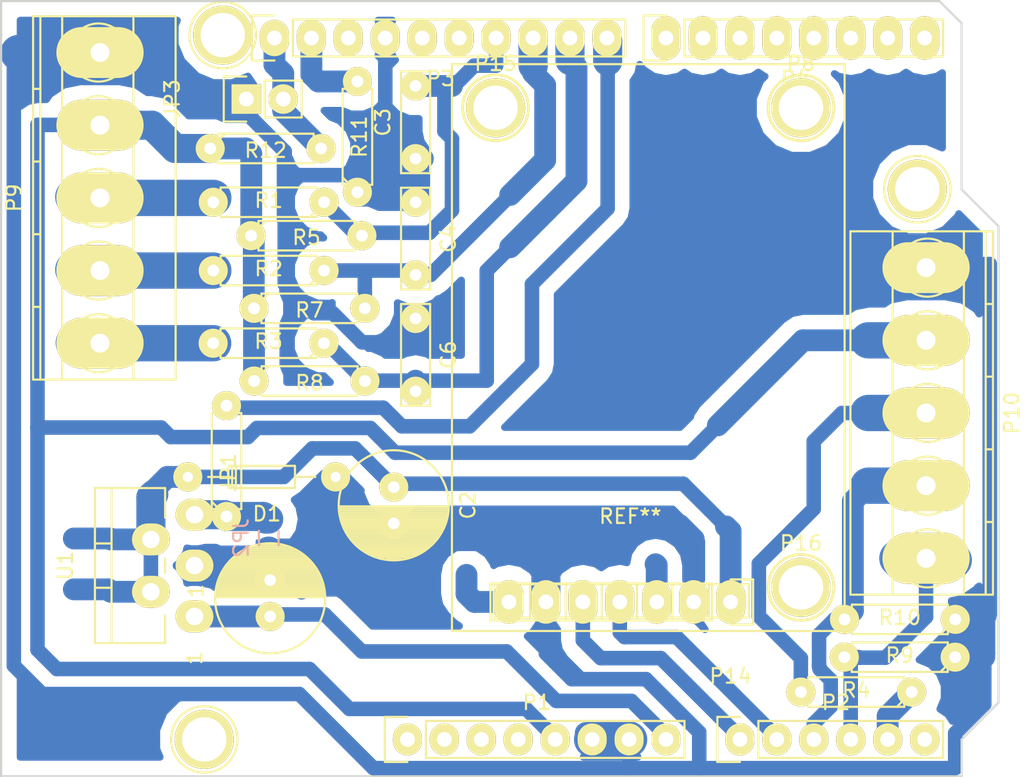
<source format=kicad_pcb>
(kicad_pcb (version 4) (host pcbnew 4.0.1-stable)

  (general
    (links 59)
    (no_connects 3)
    (area 110.749999 71.192 181.473 127.594)
    (thickness 1.6)
    (drawings 9)
    (tracks 285)
    (zones 0)
    (modules 35)
    (nets 21)
  )

  (page A4)
  (title_block
    (date "lun. 30 mars 2015")
  )

  (layers
    (0 F.Cu signal)
    (31 B.Cu mixed)
    (33 F.Adhes user)
    (35 F.Paste user)
    (37 F.SilkS user)
    (39 F.Mask user)
    (40 Dwgs.User user)
    (41 Cmts.User user)
    (42 Eco1.User user)
    (43 Eco2.User user)
    (44 Edge.Cuts user)
    (45 Margin user)
    (47 F.CrtYd user)
    (49 F.Fab user hide)
  )

  (setup
    (last_trace_width 0.25)
    (user_trace_width 0.5)
    (user_trace_width 1)
    (user_trace_width 1.5)
    (user_trace_width 2)
    (user_trace_width 2.5)
    (trace_clearance 0.2)
    (zone_clearance 0.508)
    (zone_45_only yes)
    (trace_min 0.2)
    (segment_width 0.15)
    (edge_width 0.15)
    (via_size 0.6)
    (via_drill 0.4)
    (via_min_size 0.4)
    (via_min_drill 0.3)
    (user_via 1 0.8)
    (uvia_size 0.3)
    (uvia_drill 0.1)
    (uvias_allowed no)
    (uvia_min_size 0.2)
    (uvia_min_drill 0.1)
    (pcb_text_width 0.3)
    (pcb_text_size 1.5 1.5)
    (mod_edge_width 0.15)
    (mod_text_size 1 1)
    (mod_text_width 0.15)
    (pad_size 2 2)
    (pad_drill 0.8)
    (pad_to_mask_clearance 0)
    (aux_axis_origin 110.998 126.365)
    (grid_origin 110.998 126.365)
    (visible_elements 7FFFFFFF)
    (pcbplotparams
      (layerselection 0x00030_80000001)
      (usegerberextensions false)
      (excludeedgelayer true)
      (linewidth 0.100000)
      (plotframeref false)
      (viasonmask false)
      (mode 1)
      (useauxorigin false)
      (hpglpennumber 1)
      (hpglpenspeed 20)
      (hpglpendiameter 15)
      (hpglpenoverlay 2)
      (psnegative false)
      (psa4output false)
      (plotreference true)
      (plotvalue true)
      (plotinvisibletext false)
      (padsonsilk false)
      (subtractmaskfromsilk false)
      (outputformat 1)
      (mirror false)
      (drillshape 1)
      (scaleselection 1)
      (outputdirectory ""))
  )

  (net 0 "")
  (net 1 GND)
  (net 2 /Vin)
  (net 3 "/A4(SDA)")
  (net 4 "/A5(SCL)")
  (net 5 "/9(**)")
  (net 6 "/10(**/SS)")
  (net 7 "/11(**/MOSI)")
  (net 8 +5V)
  (net 9 /A0)
  (net 10 /A1)
  (net 11 /A2)
  (net 12 /A3)
  (net 13 /8)
  (net 14 "Net-(P9-Pad3)")
  (net 15 "Net-(P10-Pad3)")
  (net 16 VEE)
  (net 17 /IOREF)
  (net 18 "Net-(JP1-Pad1)")
  (net 19 "Net-(P9-Pad5)")
  (net 20 "Net-(P9-Pad4)")

  (net_class Default "This is the default net class."
    (clearance 0.2)
    (trace_width 0.25)
    (via_dia 0.6)
    (via_drill 0.4)
    (uvia_dia 0.3)
    (uvia_drill 0.1)
    (add_net +5V)
    (add_net "/10(**/SS)")
    (add_net "/11(**/MOSI)")
    (add_net /8)
    (add_net "/9(**)")
    (add_net /A0)
    (add_net /A1)
    (add_net /A2)
    (add_net /A3)
    (add_net "/A4(SDA)")
    (add_net "/A5(SCL)")
    (add_net /IOREF)
    (add_net /Vin)
    (add_net GND)
    (add_net "Net-(JP1-Pad1)")
    (add_net "Net-(P10-Pad3)")
    (add_net "Net-(P9-Pad3)")
    (add_net "Net-(P9-Pad4)")
    (add_net "Net-(P9-Pad5)")
    (add_net VEE)
  )

  (module Capacitors_ThroughHole:C_Radial_D7.5_L11.2_P2.5 placed (layer F.Cu) (tedit 56B45079) (tstamp 5677E4A3)
    (at 137.998 106.465 270)
    (descr "Radial Electrolytic Capacitor Diameter 7.5mm x Length 11.2mm, Pitch 2.5mm")
    (tags "Electrolytic Capacitor")
    (path /56782775)
    (fp_text reference C2 (at 1.25 -5.1 270) (layer F.SilkS)
      (effects (font (size 1 1) (thickness 0.15)))
    )
    (fp_text value 470uF (at 1.25 5.1 270) (layer F.Fab)
      (effects (font (size 1 1) (thickness 0.15)))
    )
    (fp_line (start 1.325 -3.749) (end 1.325 3.749) (layer F.SilkS) (width 0.15))
    (fp_line (start 1.465 -3.744) (end 1.465 3.744) (layer F.SilkS) (width 0.15))
    (fp_line (start 1.605 -3.733) (end 1.605 -0.446) (layer F.SilkS) (width 0.15))
    (fp_line (start 1.605 0.446) (end 1.605 3.733) (layer F.SilkS) (width 0.15))
    (fp_line (start 1.745 -3.717) (end 1.745 -0.656) (layer F.SilkS) (width 0.15))
    (fp_line (start 1.745 0.656) (end 1.745 3.717) (layer F.SilkS) (width 0.15))
    (fp_line (start 1.885 -3.696) (end 1.885 -0.789) (layer F.SilkS) (width 0.15))
    (fp_line (start 1.885 0.789) (end 1.885 3.696) (layer F.SilkS) (width 0.15))
    (fp_line (start 2.025 -3.669) (end 2.025 -0.88) (layer F.SilkS) (width 0.15))
    (fp_line (start 2.025 0.88) (end 2.025 3.669) (layer F.SilkS) (width 0.15))
    (fp_line (start 2.165 -3.637) (end 2.165 -0.942) (layer F.SilkS) (width 0.15))
    (fp_line (start 2.165 0.942) (end 2.165 3.637) (layer F.SilkS) (width 0.15))
    (fp_line (start 2.305 -3.599) (end 2.305 -0.981) (layer F.SilkS) (width 0.15))
    (fp_line (start 2.305 0.981) (end 2.305 3.599) (layer F.SilkS) (width 0.15))
    (fp_line (start 2.445 -3.555) (end 2.445 -0.998) (layer F.SilkS) (width 0.15))
    (fp_line (start 2.445 0.998) (end 2.445 3.555) (layer F.SilkS) (width 0.15))
    (fp_line (start 2.585 -3.504) (end 2.585 -0.996) (layer F.SilkS) (width 0.15))
    (fp_line (start 2.585 0.996) (end 2.585 3.504) (layer F.SilkS) (width 0.15))
    (fp_line (start 2.725 -3.448) (end 2.725 -0.974) (layer F.SilkS) (width 0.15))
    (fp_line (start 2.725 0.974) (end 2.725 3.448) (layer F.SilkS) (width 0.15))
    (fp_line (start 2.865 -3.384) (end 2.865 -0.931) (layer F.SilkS) (width 0.15))
    (fp_line (start 2.865 0.931) (end 2.865 3.384) (layer F.SilkS) (width 0.15))
    (fp_line (start 3.005 -3.314) (end 3.005 -0.863) (layer F.SilkS) (width 0.15))
    (fp_line (start 3.005 0.863) (end 3.005 3.314) (layer F.SilkS) (width 0.15))
    (fp_line (start 3.145 -3.236) (end 3.145 -0.764) (layer F.SilkS) (width 0.15))
    (fp_line (start 3.145 0.764) (end 3.145 3.236) (layer F.SilkS) (width 0.15))
    (fp_line (start 3.285 -3.15) (end 3.285 -0.619) (layer F.SilkS) (width 0.15))
    (fp_line (start 3.285 0.619) (end 3.285 3.15) (layer F.SilkS) (width 0.15))
    (fp_line (start 3.425 -3.055) (end 3.425 -0.38) (layer F.SilkS) (width 0.15))
    (fp_line (start 3.425 0.38) (end 3.425 3.055) (layer F.SilkS) (width 0.15))
    (fp_line (start 3.565 -2.95) (end 3.565 2.95) (layer F.SilkS) (width 0.15))
    (fp_line (start 3.705 -2.835) (end 3.705 2.835) (layer F.SilkS) (width 0.15))
    (fp_line (start 3.845 -2.707) (end 3.845 2.707) (layer F.SilkS) (width 0.15))
    (fp_line (start 3.985 -2.566) (end 3.985 2.566) (layer F.SilkS) (width 0.15))
    (fp_line (start 4.125 -2.408) (end 4.125 2.408) (layer F.SilkS) (width 0.15))
    (fp_line (start 4.265 -2.23) (end 4.265 2.23) (layer F.SilkS) (width 0.15))
    (fp_line (start 4.405 -2.027) (end 4.405 2.027) (layer F.SilkS) (width 0.15))
    (fp_line (start 4.545 -1.79) (end 4.545 1.79) (layer F.SilkS) (width 0.15))
    (fp_line (start 4.685 -1.504) (end 4.685 1.504) (layer F.SilkS) (width 0.15))
    (fp_line (start 4.825 -1.132) (end 4.825 1.132) (layer F.SilkS) (width 0.15))
    (fp_line (start 4.965 -0.511) (end 4.965 0.511) (layer F.SilkS) (width 0.15))
    (fp_circle (center 2.5 0) (end 2.5 -1) (layer F.SilkS) (width 0.15))
    (fp_circle (center 1.25 0) (end 1.25 -3.7875) (layer F.SilkS) (width 0.15))
    (fp_circle (center 1.25 0) (end 1.25 -4.1) (layer F.CrtYd) (width 0.05))
    (pad 2 thru_hole circle (at 2.5 0 270) (size 2 2) (drill 0.8) (layers *.Cu *.Mask F.SilkS)
      (net 1 GND))
    (pad 1 thru_hole circle (at 0 0 270) (size 2 2) (drill 0.8) (layers *.Cu *.Mask F.SilkS)
      (net 16 VEE))
    (model Capacitors_ThroughHole.3dshapes/C_Radial_D7.5_L11.2_P2.5.wrl
      (at (xyz 0 0 0))
      (scale (xyz 1 1 1))
      (rotate (xyz 0 0 0))
    )
  )

  (module Capacitors_ThroughHole:C_Radial_D7.5_L11.2_P2.5 placed (layer F.Cu) (tedit 0) (tstamp 5677E49D)
    (at 129.498 115.365 90)
    (descr "Radial Electrolytic Capacitor Diameter 7.5mm x Length 11.2mm, Pitch 2.5mm")
    (tags "Electrolytic Capacitor")
    (path /5677D052)
    (fp_text reference C1 (at 1.25 -5.1 90) (layer F.SilkS)
      (effects (font (size 1 1) (thickness 0.15)))
    )
    (fp_text value 470uF (at 1.25 5.1 90) (layer F.Fab)
      (effects (font (size 1 1) (thickness 0.15)))
    )
    (fp_line (start 1.325 -3.749) (end 1.325 3.749) (layer F.SilkS) (width 0.15))
    (fp_line (start 1.465 -3.744) (end 1.465 3.744) (layer F.SilkS) (width 0.15))
    (fp_line (start 1.605 -3.733) (end 1.605 -0.446) (layer F.SilkS) (width 0.15))
    (fp_line (start 1.605 0.446) (end 1.605 3.733) (layer F.SilkS) (width 0.15))
    (fp_line (start 1.745 -3.717) (end 1.745 -0.656) (layer F.SilkS) (width 0.15))
    (fp_line (start 1.745 0.656) (end 1.745 3.717) (layer F.SilkS) (width 0.15))
    (fp_line (start 1.885 -3.696) (end 1.885 -0.789) (layer F.SilkS) (width 0.15))
    (fp_line (start 1.885 0.789) (end 1.885 3.696) (layer F.SilkS) (width 0.15))
    (fp_line (start 2.025 -3.669) (end 2.025 -0.88) (layer F.SilkS) (width 0.15))
    (fp_line (start 2.025 0.88) (end 2.025 3.669) (layer F.SilkS) (width 0.15))
    (fp_line (start 2.165 -3.637) (end 2.165 -0.942) (layer F.SilkS) (width 0.15))
    (fp_line (start 2.165 0.942) (end 2.165 3.637) (layer F.SilkS) (width 0.15))
    (fp_line (start 2.305 -3.599) (end 2.305 -0.981) (layer F.SilkS) (width 0.15))
    (fp_line (start 2.305 0.981) (end 2.305 3.599) (layer F.SilkS) (width 0.15))
    (fp_line (start 2.445 -3.555) (end 2.445 -0.998) (layer F.SilkS) (width 0.15))
    (fp_line (start 2.445 0.998) (end 2.445 3.555) (layer F.SilkS) (width 0.15))
    (fp_line (start 2.585 -3.504) (end 2.585 -0.996) (layer F.SilkS) (width 0.15))
    (fp_line (start 2.585 0.996) (end 2.585 3.504) (layer F.SilkS) (width 0.15))
    (fp_line (start 2.725 -3.448) (end 2.725 -0.974) (layer F.SilkS) (width 0.15))
    (fp_line (start 2.725 0.974) (end 2.725 3.448) (layer F.SilkS) (width 0.15))
    (fp_line (start 2.865 -3.384) (end 2.865 -0.931) (layer F.SilkS) (width 0.15))
    (fp_line (start 2.865 0.931) (end 2.865 3.384) (layer F.SilkS) (width 0.15))
    (fp_line (start 3.005 -3.314) (end 3.005 -0.863) (layer F.SilkS) (width 0.15))
    (fp_line (start 3.005 0.863) (end 3.005 3.314) (layer F.SilkS) (width 0.15))
    (fp_line (start 3.145 -3.236) (end 3.145 -0.764) (layer F.SilkS) (width 0.15))
    (fp_line (start 3.145 0.764) (end 3.145 3.236) (layer F.SilkS) (width 0.15))
    (fp_line (start 3.285 -3.15) (end 3.285 -0.619) (layer F.SilkS) (width 0.15))
    (fp_line (start 3.285 0.619) (end 3.285 3.15) (layer F.SilkS) (width 0.15))
    (fp_line (start 3.425 -3.055) (end 3.425 -0.38) (layer F.SilkS) (width 0.15))
    (fp_line (start 3.425 0.38) (end 3.425 3.055) (layer F.SilkS) (width 0.15))
    (fp_line (start 3.565 -2.95) (end 3.565 2.95) (layer F.SilkS) (width 0.15))
    (fp_line (start 3.705 -2.835) (end 3.705 2.835) (layer F.SilkS) (width 0.15))
    (fp_line (start 3.845 -2.707) (end 3.845 2.707) (layer F.SilkS) (width 0.15))
    (fp_line (start 3.985 -2.566) (end 3.985 2.566) (layer F.SilkS) (width 0.15))
    (fp_line (start 4.125 -2.408) (end 4.125 2.408) (layer F.SilkS) (width 0.15))
    (fp_line (start 4.265 -2.23) (end 4.265 2.23) (layer F.SilkS) (width 0.15))
    (fp_line (start 4.405 -2.027) (end 4.405 2.027) (layer F.SilkS) (width 0.15))
    (fp_line (start 4.545 -1.79) (end 4.545 1.79) (layer F.SilkS) (width 0.15))
    (fp_line (start 4.685 -1.504) (end 4.685 1.504) (layer F.SilkS) (width 0.15))
    (fp_line (start 4.825 -1.132) (end 4.825 1.132) (layer F.SilkS) (width 0.15))
    (fp_line (start 4.965 -0.511) (end 4.965 0.511) (layer F.SilkS) (width 0.15))
    (fp_circle (center 2.5 0) (end 2.5 -1) (layer F.SilkS) (width 0.15))
    (fp_circle (center 1.25 0) (end 1.25 -3.7875) (layer F.SilkS) (width 0.15))
    (fp_circle (center 1.25 0) (end 1.25 -4.1) (layer F.CrtYd) (width 0.05))
    (pad 2 thru_hole circle (at 2.5 0 90) (size 2 2) (drill 0.8) (layers *.Cu *.Mask F.SilkS)
      (net 1 GND))
    (pad 1 thru_hole circle (at 0 0 90) (size 2 2) (drill 0.8) (layers *.Cu *.Mask F.SilkS)
      (net 2 /Vin))
    (model Capacitors_ThroughHole.3dshapes/C_Radial_D7.5_L11.2_P2.5.wrl
      (at (xyz 0 0 0))
      (scale (xyz 1 1 1))
      (rotate (xyz 0 0 0))
    )
  )

  (module TO_SOT_Packages_THT:Pentawatt_Neutral_Staggered_Verical_TO220-5-T05D (layer F.Cu) (tedit 56B44DD8) (tstamp 56B1B4D6)
    (at 120.498 111.865 90)
    (descr "Pentawatt, Neutral, Staggered, Verical, TO220-5, T05D,")
    (tags "Pentawatt, Neutral, Staggered, Verical, TO220-5, T05D,")
    (path /5677C619)
    (fp_text reference U1 (at 0 -5.08 90) (layer F.SilkS)
      (effects (font (size 1 1) (thickness 0.15)))
    )
    (fp_text value LM2567T-5 (at 1.27 7.62 90) (layer F.Fab)
      (effects (font (size 1 1) (thickness 0.15)))
    )
    (fp_text user 1 (at -6.35 3.81 90) (layer F.SilkS)
      (effects (font (size 1 1) (thickness 0.15)))
    )
    (fp_line (start 3.302 1.778) (end 5.334 1.778) (layer F.SilkS) (width 0.15))
    (fp_line (start -0.508 1.778) (end 0.508 1.778) (layer F.SilkS) (width 0.15))
    (fp_line (start -5.334 1.778) (end -3.429 1.778) (layer F.SilkS) (width 0.15))
    (fp_line (start -1.524 -3.048) (end -1.524 -1.905) (layer F.SilkS) (width 0.15))
    (fp_line (start 1.524 -3.048) (end 1.524 -1.905) (layer F.SilkS) (width 0.15))
    (fp_line (start 5.334 -1.905) (end 5.334 1.778) (layer F.SilkS) (width 0.15))
    (fp_line (start -5.334 1.778) (end -5.334 -1.905) (layer F.SilkS) (width 0.15))
    (fp_line (start 5.334 -3.048) (end 5.334 -1.905) (layer F.SilkS) (width 0.15))
    (fp_line (start 5.334 -1.905) (end -5.334 -1.905) (layer F.SilkS) (width 0.15))
    (fp_line (start -5.334 -1.905) (end -5.334 -3.048) (layer F.SilkS) (width 0.15))
    (fp_line (start 0 -3.048) (end -5.334 -3.048) (layer F.SilkS) (width 0.15))
    (fp_line (start 0 -3.048) (end 5.334 -3.048) (layer F.SilkS) (width 0.15))
    (pad 3 thru_hole oval (at 0 3.79984 180) (size 2.6 2.2) (drill 1.19888) (layers *.Cu *.Mask F.SilkS)
      (net 1 GND))
    (pad 1 thru_hole oval (at -3.50012 3.79984 180) (size 2.6 2.2) (drill 1.19888) (layers *.Cu *.Mask F.SilkS)
      (net 2 /Vin))
    (pad 5 thru_hole oval (at 3.50012 3.79984 180) (size 2.6 2.2) (drill 1.19888) (layers *.Cu *.Mask F.SilkS)
      (net 18 "Net-(JP1-Pad1)"))
    (pad 4 thru_hole oval (at 1.80086 0.8001 180) (size 2.6 2.2) (drill 1.19888) (layers *.Cu *.Mask F.SilkS)
      (net 16 VEE))
    (pad 2 thru_hole oval (at -1.80086 0.8001 180) (size 2.6 2.2) (drill 1.19888) (layers *.Cu *.Mask F.SilkS)
      (net 16 VEE))
    (model TO_SOT_Packages_THT.3dshapes/Pentawatt_Neutral_Staggered_Verical_TO220-5-T05D.wrl
      (at (xyz 0 0 0))
      (scale (xyz 0.3937 0.3937 0.3937))
      (rotate (xyz 0 0 0))
    )
  )

  (module Socket_Strips:Socket_Strip_Straight_1x07 placed (layer F.Cu) (tedit 56B441FD) (tstamp 5677EE83)
    (at 161.158 114.365 180)
    (descr "Through hole socket strip")
    (tags "socket strip")
    (path /5677DC25)
    (fp_text reference P14 (at 0 -5.1 180) (layer F.SilkS)
      (effects (font (size 1 1) (thickness 0.15)))
    )
    (fp_text value CONN_01X07 (at 0 -3.1 180) (layer F.Fab)
      (effects (font (size 1 1) (thickness 0.15)))
    )
    (fp_line (start -1.75 -1.75) (end -1.75 1.75) (layer F.CrtYd) (width 0.05))
    (fp_line (start 17 -1.75) (end 17 1.75) (layer F.CrtYd) (width 0.05))
    (fp_line (start -1.75 -1.75) (end 17 -1.75) (layer F.CrtYd) (width 0.05))
    (fp_line (start -1.75 1.75) (end 17 1.75) (layer F.CrtYd) (width 0.05))
    (fp_line (start 1.27 1.27) (end 16.51 1.27) (layer F.SilkS) (width 0.15))
    (fp_line (start 16.51 1.27) (end 16.51 -1.27) (layer F.SilkS) (width 0.15))
    (fp_line (start 16.51 -1.27) (end 1.27 -1.27) (layer F.SilkS) (width 0.15))
    (fp_line (start -1.55 1.55) (end 0 1.55) (layer F.SilkS) (width 0.15))
    (fp_line (start 1.27 1.27) (end 1.27 -1.27) (layer F.SilkS) (width 0.15))
    (fp_line (start 0 -1.55) (end -1.55 -1.55) (layer F.SilkS) (width 0.15))
    (fp_line (start -1.55 -1.55) (end -1.55 1.55) (layer F.SilkS) (width 0.15))
    (pad 1 thru_hole oval (at 0 0 180) (size 2 3) (drill 1.016) (layers *.Cu *.Mask F.SilkS)
      (net 16 VEE))
    (pad 2 thru_hole oval (at 2.54 0 180) (size 2 3) (drill 1.016) (layers *.Cu *.Mask F.SilkS)
      (net 1 GND))
    (pad 3 thru_hole oval (at 5.08 0 180) (size 2 3) (drill 1.016) (layers *.Cu *.Mask F.SilkS)
      (net 17 /IOREF))
    (pad 4 thru_hole oval (at 7.62 0 180) (size 2 3) (drill 1.016) (layers *.Cu *.Mask F.SilkS)
      (net 10 /A1))
    (pad 5 thru_hole oval (at 10.16 0 180) (size 2 3) (drill 1.016) (layers *.Cu *.Mask F.SilkS)
      (net 9 /A0))
    (pad 6 thru_hole oval (at 12.7 0 180) (size 2 3) (drill 1.016) (layers *.Cu *.Mask F.SilkS)
      (net 1 GND))
    (pad 7 thru_hole oval (at 15.24 0 180) (size 2 3) (drill 1.016) (layers *.Cu *.Mask F.SilkS))
    (model Socket_Strips.3dshapes/Socket_Strip_Straight_1x07.wrl
      (at (xyz 0.3 0 0))
      (scale (xyz 1 1 1))
      (rotate (xyz 0 0 180))
    )
  )

  (module Socket_Arduino_Uno:Socket_Strip_Arduino_1x08 locked (layer F.Cu) (tedit 56B442CB) (tstamp 551AF9EA)
    (at 138.938 123.825)
    (descr "Through hole socket strip")
    (tags "socket strip")
    (path /5517C2C1)
    (fp_text reference P1 (at 8.89 -2.54) (layer F.SilkS)
      (effects (font (size 1 1) (thickness 0.15)))
    )
    (fp_text value Power (at 8.89 -4.064) (layer F.Fab)
      (effects (font (size 1 1) (thickness 0.15)))
    )
    (fp_line (start -1.75 -1.75) (end -1.75 1.75) (layer F.CrtYd) (width 0.05))
    (fp_line (start 19.55 -1.75) (end 19.55 1.75) (layer F.CrtYd) (width 0.05))
    (fp_line (start -1.75 -1.75) (end 19.55 -1.75) (layer F.CrtYd) (width 0.05))
    (fp_line (start -1.75 1.75) (end 19.55 1.75) (layer F.CrtYd) (width 0.05))
    (fp_line (start 1.27 1.27) (end 19.05 1.27) (layer F.SilkS) (width 0.15))
    (fp_line (start 19.05 1.27) (end 19.05 -1.27) (layer F.SilkS) (width 0.15))
    (fp_line (start 19.05 -1.27) (end 1.27 -1.27) (layer F.SilkS) (width 0.15))
    (fp_line (start -1.55 1.55) (end 0 1.55) (layer F.SilkS) (width 0.15))
    (fp_line (start 1.27 1.27) (end 1.27 -1.27) (layer F.SilkS) (width 0.15))
    (fp_line (start 0 -1.55) (end -1.55 -1.55) (layer F.SilkS) (width 0.15))
    (fp_line (start -1.55 -1.55) (end -1.55 1.55) (layer F.SilkS) (width 0.15))
    (pad 1 thru_hole oval (at 0 0) (size 2 2.2) (drill 1.016) (layers *.Cu *.Mask F.SilkS))
    (pad 2 thru_hole oval (at 2.54 0) (size 2 2.2) (drill 1.016) (layers *.Cu *.Mask F.SilkS)
      (net 17 /IOREF))
    (pad 3 thru_hole oval (at 5.08 0) (size 2 2.2) (drill 1.016) (layers *.Cu *.Mask F.SilkS))
    (pad 4 thru_hole oval (at 7.62 0) (size 2 2.2) (drill 1.016) (layers *.Cu *.Mask F.SilkS))
    (pad 5 thru_hole oval (at 10.16 0) (size 2 2.2) (drill 1.016) (layers *.Cu *.Mask F.SilkS)
      (net 8 +5V))
    (pad 6 thru_hole oval (at 12.7 0) (size 2 2.2) (drill 1.016) (layers *.Cu *.Mask F.SilkS)
      (net 1 GND))
    (pad 7 thru_hole oval (at 15.24 0) (size 2 2.2) (drill 1.016) (layers *.Cu *.Mask F.SilkS)
      (net 1 GND))
    (pad 8 thru_hole oval (at 17.78 0) (size 2 2.2) (drill 1.016) (layers *.Cu *.Mask F.SilkS)
      (net 2 /Vin))
    (model ${KIPRJMOD}/Socket_Arduino_Uno.3dshapes/Socket_header_Arduino_1x08.wrl
      (at (xyz 0.35 0 0))
      (scale (xyz 1 1 1))
      (rotate (xyz 0 0 180))
    )
  )

  (module Socket_Arduino_Uno:Socket_Strip_Arduino_1x06 locked (layer F.Cu) (tedit 56B442EC) (tstamp 551AF9FF)
    (at 161.798 123.825)
    (descr "Through hole socket strip")
    (tags "socket strip")
    (path /5517C323)
    (fp_text reference P2 (at 6.604 -2.54) (layer F.SilkS)
      (effects (font (size 1 1) (thickness 0.15)))
    )
    (fp_text value Analog (at 6.604 -4.064) (layer F.Fab)
      (effects (font (size 1 1) (thickness 0.15)))
    )
    (fp_line (start -1.75 -1.75) (end -1.75 1.75) (layer F.CrtYd) (width 0.05))
    (fp_line (start 14.45 -1.75) (end 14.45 1.75) (layer F.CrtYd) (width 0.05))
    (fp_line (start -1.75 -1.75) (end 14.45 -1.75) (layer F.CrtYd) (width 0.05))
    (fp_line (start -1.75 1.75) (end 14.45 1.75) (layer F.CrtYd) (width 0.05))
    (fp_line (start 1.27 1.27) (end 13.97 1.27) (layer F.SilkS) (width 0.15))
    (fp_line (start 13.97 1.27) (end 13.97 -1.27) (layer F.SilkS) (width 0.15))
    (fp_line (start 13.97 -1.27) (end 1.27 -1.27) (layer F.SilkS) (width 0.15))
    (fp_line (start -1.55 1.55) (end 0 1.55) (layer F.SilkS) (width 0.15))
    (fp_line (start 1.27 1.27) (end 1.27 -1.27) (layer F.SilkS) (width 0.15))
    (fp_line (start 0 -1.55) (end -1.55 -1.55) (layer F.SilkS) (width 0.15))
    (fp_line (start -1.55 -1.55) (end -1.55 1.55) (layer F.SilkS) (width 0.15))
    (pad 1 thru_hole oval (at 0 0) (size 2 2.2) (drill 1.016) (layers *.Cu *.Mask F.SilkS)
      (net 9 /A0))
    (pad 2 thru_hole oval (at 2.54 0) (size 2 2.2) (drill 1.016) (layers *.Cu *.Mask F.SilkS)
      (net 10 /A1))
    (pad 3 thru_hole oval (at 5.08 0) (size 2 2.2) (drill 1.016) (layers *.Cu *.Mask F.SilkS)
      (net 11 /A2))
    (pad 4 thru_hole oval (at 7.62 0) (size 2 2.2) (drill 1.016) (layers *.Cu *.Mask F.SilkS)
      (net 12 /A3))
    (pad 5 thru_hole oval (at 10.16 0) (size 2 2.2) (drill 1.016) (layers *.Cu *.Mask F.SilkS)
      (net 3 "/A4(SDA)"))
    (pad 6 thru_hole oval (at 12.7 0) (size 2 2.2) (drill 1.016) (layers *.Cu *.Mask F.SilkS)
      (net 4 "/A5(SCL)"))
    (model ${KIPRJMOD}/Socket_Arduino_Uno.3dshapes/Socket_header_Arduino_1x06.wrl
      (at (xyz 0.25 0 0))
      (scale (xyz 1 1 1))
      (rotate (xyz 0 0 180))
    )
  )

  (module Socket_Arduino_Uno:Socket_Strip_Arduino_1x10 locked (layer F.Cu) (tedit 56B4442E) (tstamp 551AFA18)
    (at 129.794 75.565)
    (descr "Through hole socket strip")
    (tags "socket strip")
    (path /5517C46C)
    (fp_text reference P3 (at 11.43 2.794) (layer F.SilkS)
      (effects (font (size 1 1) (thickness 0.15)))
    )
    (fp_text value Digital (at 11.43 4.318) (layer F.Fab)
      (effects (font (size 1 1) (thickness 0.15)))
    )
    (fp_line (start -1.75 -1.75) (end -1.75 1.75) (layer F.CrtYd) (width 0.05))
    (fp_line (start 24.65 -1.75) (end 24.65 1.75) (layer F.CrtYd) (width 0.05))
    (fp_line (start -1.75 -1.75) (end 24.65 -1.75) (layer F.CrtYd) (width 0.05))
    (fp_line (start -1.75 1.75) (end 24.65 1.75) (layer F.CrtYd) (width 0.05))
    (fp_line (start 1.27 1.27) (end 24.13 1.27) (layer F.SilkS) (width 0.15))
    (fp_line (start 24.13 1.27) (end 24.13 -1.27) (layer F.SilkS) (width 0.15))
    (fp_line (start 24.13 -1.27) (end 1.27 -1.27) (layer F.SilkS) (width 0.15))
    (fp_line (start -1.55 1.55) (end 0 1.55) (layer F.SilkS) (width 0.15))
    (fp_line (start 1.27 1.27) (end 1.27 -1.27) (layer F.SilkS) (width 0.15))
    (fp_line (start 0 -1.55) (end -1.55 -1.55) (layer F.SilkS) (width 0.15))
    (fp_line (start -1.55 -1.55) (end -1.55 1.55) (layer F.SilkS) (width 0.15))
    (pad 1 thru_hole oval (at 0 0) (size 2 2.5) (drill 1.016) (layers *.Cu *.Mask F.SilkS)
      (net 4 "/A5(SCL)"))
    (pad 2 thru_hole oval (at 2.54 0) (size 2 2.5) (drill 1.016) (layers *.Cu *.Mask F.SilkS)
      (net 3 "/A4(SDA)"))
    (pad 3 thru_hole oval (at 5.08 0) (size 2 2.5) (drill 1.016) (layers *.Cu *.Mask F.SilkS))
    (pad 4 thru_hole oval (at 7.62 0) (size 2 2.5) (drill 1.016) (layers *.Cu *.Mask F.SilkS)
      (net 1 GND))
    (pad 5 thru_hole oval (at 10.16 0) (size 2 2.5) (drill 1.016) (layers *.Cu *.Mask F.SilkS))
    (pad 6 thru_hole oval (at 12.7 0) (size 2 2.5) (drill 1.016) (layers *.Cu *.Mask F.SilkS))
    (pad 7 thru_hole oval (at 15.24 0) (size 2 2.5) (drill 1.016) (layers *.Cu *.Mask F.SilkS)
      (net 7 "/11(**/MOSI)"))
    (pad 8 thru_hole oval (at 17.78 0) (size 2 2.5) (drill 1.016) (layers *.Cu *.Mask F.SilkS)
      (net 6 "/10(**/SS)"))
    (pad 9 thru_hole oval (at 20.32 0) (size 2 2.5) (drill 1.016) (layers *.Cu *.Mask F.SilkS)
      (net 5 "/9(**)"))
    (pad 10 thru_hole oval (at 22.86 0) (size 2 2.5) (drill 1.016) (layers *.Cu *.Mask F.SilkS)
      (net 13 /8))
    (model ${KIPRJMOD}/Socket_Arduino_Uno.3dshapes/Socket_header_Arduino_1x10.wrl
      (at (xyz 0.45 0 0))
      (scale (xyz 1 1 1))
      (rotate (xyz 0 0 180))
    )
  )

  (module Socket_Arduino_Uno:Socket_Strip_Arduino_1x08 locked (layer F.Cu) (tedit 56B4492E) (tstamp 551AFA2F)
    (at 156.718 75.565)
    (descr "Through hole socket strip")
    (tags "socket strip")
    (path /5517C366)
    (fp_text reference P4 (at 8.89 2.794) (layer F.SilkS)
      (effects (font (size 1 1) (thickness 0.15)))
    )
    (fp_text value Digital (at 8.89 4.318) (layer F.Fab)
      (effects (font (size 1 1) (thickness 0.15)))
    )
    (fp_line (start -1.75 -1.75) (end -1.75 1.75) (layer F.CrtYd) (width 0.05))
    (fp_line (start 19.55 -1.75) (end 19.55 1.75) (layer F.CrtYd) (width 0.05))
    (fp_line (start -1.75 -1.75) (end 19.55 -1.75) (layer F.CrtYd) (width 0.05))
    (fp_line (start -1.75 1.75) (end 19.55 1.75) (layer F.CrtYd) (width 0.05))
    (fp_line (start 1.27 1.27) (end 19.05 1.27) (layer F.SilkS) (width 0.15))
    (fp_line (start 19.05 1.27) (end 19.05 -1.27) (layer F.SilkS) (width 0.15))
    (fp_line (start 19.05 -1.27) (end 1.27 -1.27) (layer F.SilkS) (width 0.15))
    (fp_line (start -1.55 1.55) (end 0 1.55) (layer F.SilkS) (width 0.15))
    (fp_line (start 1.27 1.27) (end 1.27 -1.27) (layer F.SilkS) (width 0.15))
    (fp_line (start 0 -1.55) (end -1.55 -1.55) (layer F.SilkS) (width 0.15))
    (fp_line (start -1.55 -1.55) (end -1.55 1.55) (layer F.SilkS) (width 0.15))
    (pad 1 thru_hole oval (at 0 0) (size 2 3) (drill 1.016) (layers *.Cu *.Mask F.SilkS))
    (pad 2 thru_hole oval (at 2.54 0) (size 2 3) (drill 1.016) (layers *.Cu *.Mask F.SilkS))
    (pad 3 thru_hole oval (at 5.08 0) (size 2 3) (drill 1.016) (layers *.Cu *.Mask F.SilkS))
    (pad 4 thru_hole oval (at 7.62 0) (size 2 3) (drill 1.016) (layers *.Cu *.Mask F.SilkS))
    (pad 5 thru_hole oval (at 10.16 0) (size 2 3) (drill 1.016) (layers *.Cu *.Mask F.SilkS))
    (pad 6 thru_hole oval (at 12.7 0) (size 2 3) (drill 1.016) (layers *.Cu *.Mask F.SilkS))
    (pad 7 thru_hole oval (at 15.24 0) (size 2 3) (drill 1.016) (layers *.Cu *.Mask F.SilkS))
    (pad 8 thru_hole oval (at 17.78 0) (size 2 3) (drill 1.016) (layers *.Cu *.Mask F.SilkS))
    (model ${KIPRJMOD}/Socket_Arduino_Uno.3dshapes/Socket_header_Arduino_1x08.wrl
      (at (xyz 0.35 0 0))
      (scale (xyz 1 1 1))
      (rotate (xyz 0 0 180))
    )
  )

  (module Socket_Arduino_Uno:Arduino_1pin locked (layer F.Cu) (tedit 5524FC39) (tstamp 5524FC3F)
    (at 124.968 123.825)
    (descr "module 1 pin (ou trou mecanique de percage)")
    (tags DEV)
    (path /551BBC06)
    (fp_text reference P5 (at 0 -3.048) (layer F.SilkS) hide
      (effects (font (size 1 1) (thickness 0.15)))
    )
    (fp_text value CONN_1 (at 0 2.794) (layer F.Fab) hide
      (effects (font (size 1 1) (thickness 0.15)))
    )
    (fp_circle (center 0 0) (end 0 -2.286) (layer F.SilkS) (width 0.15))
    (pad 1 thru_hole circle (at 0 0) (size 4.064 4.064) (drill 3.048) (layers *.Cu *.Mask F.SilkS))
  )

  (module Socket_Arduino_Uno:Arduino_1pin locked (layer F.Cu) (tedit 5524FC4A) (tstamp 5524FC44)
    (at 126.238 75.365)
    (descr "module 1 pin (ou trou mecanique de percage)")
    (tags DEV)
    (path /551BBD10)
    (fp_text reference P6 (at 0 -3.048) (layer F.SilkS) hide
      (effects (font (size 1 1) (thickness 0.15)))
    )
    (fp_text value CONN_1 (at 0 2.794) (layer F.Fab) hide
      (effects (font (size 1 1) (thickness 0.15)))
    )
    (fp_circle (center 0 0) (end 0 -2.286) (layer F.SilkS) (width 0.15))
    (pad 1 thru_hole circle (at 0 0) (size 4.064 4.064) (drill 3.048) (layers *.Cu *.Mask F.SilkS))
  )

  (module Socket_Arduino_Uno:Arduino_1pin locked (layer F.Cu) (tedit 5524FC2F) (tstamp 5524FC49)
    (at 173.998 85.965)
    (descr "module 1 pin (ou trou mecanique de percage)")
    (tags DEV)
    (path /551BBD30)
    (fp_text reference P7 (at 0 -3.048) (layer F.SilkS) hide
      (effects (font (size 1 1) (thickness 0.15)))
    )
    (fp_text value CONN_1 (at 0 2.794) (layer F.Fab) hide
      (effects (font (size 1 1) (thickness 0.15)))
    )
    (fp_circle (center 0 0) (end 0 -2.286) (layer F.SilkS) (width 0.15))
    (pad 1 thru_hole circle (at 0 0) (size 4.064 4.064) (drill 3.048) (layers *.Cu *.Mask F.SilkS))
  )

  (module Capacitors_ThroughHole:C_Rect_L7_W2_P5 placed (layer F.Cu) (tedit 0) (tstamp 5677E4AF)
    (at 139.498 86.865 270)
    (descr "Film Capacitor Length 7 x Width 2mm, Pitch 5mm")
    (tags Capacitor)
    (path /5678B729)
    (fp_text reference C4 (at 2.5 -2.25 270) (layer F.SilkS)
      (effects (font (size 1 1) (thickness 0.15)))
    )
    (fp_text value 100n (at 2.5 2.5 270) (layer F.Fab)
      (effects (font (size 1 1) (thickness 0.15)))
    )
    (fp_line (start -1.25 -1.25) (end 6.25 -1.25) (layer F.CrtYd) (width 0.05))
    (fp_line (start 6.25 -1.25) (end 6.25 1.25) (layer F.CrtYd) (width 0.05))
    (fp_line (start 6.25 1.25) (end -1.25 1.25) (layer F.CrtYd) (width 0.05))
    (fp_line (start -1.25 1.25) (end -1.25 -1.25) (layer F.CrtYd) (width 0.05))
    (fp_line (start -1 -1) (end 6 -1) (layer F.SilkS) (width 0.15))
    (fp_line (start 6 -1) (end 6 1) (layer F.SilkS) (width 0.15))
    (fp_line (start 6 1) (end -1 1) (layer F.SilkS) (width 0.15))
    (fp_line (start -1 1) (end -1 -1) (layer F.SilkS) (width 0.15))
    (pad 1 thru_hole circle (at 0 0 270) (size 2 2) (drill 0.8) (layers *.Cu *.Mask F.SilkS)
      (net 1 GND))
    (pad 2 thru_hole circle (at 5 0 270) (size 2 2) (drill 0.8) (layers *.Cu *.Mask F.SilkS)
      (net 6 "/10(**/SS)"))
    (model Capacitors_ThroughHole.3dshapes/C_Rect_L7_W2_P5.wrl
      (at (xyz 0.098425 0 0))
      (scale (xyz 1 1 1))
      (rotate (xyz 0 0 0))
    )
  )

  (module Capacitors_ThroughHole:C_Rect_L7_W2_P5 placed (layer F.Cu) (tedit 0) (tstamp 5677E4BB)
    (at 139.498 94.865 270)
    (descr "Film Capacitor Length 7 x Width 2mm, Pitch 5mm")
    (tags Capacitor)
    (path /5678B7AA)
    (fp_text reference C6 (at 2.5 -2.25 270) (layer F.SilkS)
      (effects (font (size 1 1) (thickness 0.15)))
    )
    (fp_text value 100n (at 2.5 2.5 270) (layer F.Fab)
      (effects (font (size 1 1) (thickness 0.15)))
    )
    (fp_line (start -1.25 -1.25) (end 6.25 -1.25) (layer F.CrtYd) (width 0.05))
    (fp_line (start 6.25 -1.25) (end 6.25 1.25) (layer F.CrtYd) (width 0.05))
    (fp_line (start 6.25 1.25) (end -1.25 1.25) (layer F.CrtYd) (width 0.05))
    (fp_line (start -1.25 1.25) (end -1.25 -1.25) (layer F.CrtYd) (width 0.05))
    (fp_line (start -1 -1) (end 6 -1) (layer F.SilkS) (width 0.15))
    (fp_line (start 6 -1) (end 6 1) (layer F.SilkS) (width 0.15))
    (fp_line (start 6 1) (end -1 1) (layer F.SilkS) (width 0.15))
    (fp_line (start -1 1) (end -1 -1) (layer F.SilkS) (width 0.15))
    (pad 1 thru_hole circle (at 0 0 270) (size 2 2) (drill 0.8) (layers *.Cu *.Mask F.SilkS)
      (net 1 GND))
    (pad 2 thru_hole circle (at 5 0 270) (size 2 2) (drill 0.8) (layers *.Cu *.Mask F.SilkS)
      (net 5 "/9(**)"))
    (model Capacitors_ThroughHole.3dshapes/C_Rect_L7_W2_P5.wrl
      (at (xyz 0.098425 0 0))
      (scale (xyz 1 1 1))
      (rotate (xyz 0 0 0))
    )
  )

  (module Socket_Arduino_Uno:Arduino_1pin placed (layer F.Cu) (tedit 0) (tstamp 5677E4C1)
    (at 144.998 80.365)
    (descr "module 1 pin (ou trou mecanique de percage)")
    (tags DEV)
    (path /5678651A)
    (fp_text reference P15 (at 0 -3.048) (layer F.SilkS)
      (effects (font (size 1 1) (thickness 0.15)))
    )
    (fp_text value CONN_1 (at 0 2.794) (layer F.Fab)
      (effects (font (size 1 1) (thickness 0.15)))
    )
    (fp_circle (center 0 0) (end 0 -2.286) (layer F.SilkS) (width 0.15))
    (pad 1 thru_hole circle (at 0 0) (size 4.064 4.064) (drill 3.048) (layers *.Cu *.Mask F.SilkS))
  )

  (module Socket_Arduino_Uno:Arduino_1pin placed (layer F.Cu) (tedit 0) (tstamp 5677E4C7)
    (at 165.998 113.365)
    (descr "module 1 pin (ou trou mecanique de percage)")
    (tags DEV)
    (path /56786520)
    (fp_text reference P16 (at 0 -3.048) (layer F.SilkS)
      (effects (font (size 1 1) (thickness 0.15)))
    )
    (fp_text value CONN_1 (at 0 2.794) (layer F.Fab)
      (effects (font (size 1 1) (thickness 0.15)))
    )
    (fp_circle (center 0 0) (end 0 -2.286) (layer F.SilkS) (width 0.15))
    (pad 1 thru_hole circle (at 0 0) (size 4.064 4.064) (drill 3.048) (layers *.Cu *.Mask F.SilkS))
  )

  (module Diodes_ThroughHole:Diode_DO-35_SOD27_Horizontal_RM10 placed (layer F.Cu) (tedit 56B44E08) (tstamp 5677EE4C)
    (at 123.83748 105.76754)
    (descr "Diode, DO-35,  SOD27, Horizontal, RM 10mm")
    (tags "Diode, DO-35, SOD27, Horizontal, RM 10mm, 1N4148,")
    (path /5678237D)
    (fp_text reference D1 (at 5.43052 2.53746) (layer F.SilkS)
      (effects (font (size 1 1) (thickness 0.15)))
    )
    (fp_text value 1N5822 (at 4.41452 -3.55854) (layer F.Fab)
      (effects (font (size 1 1) (thickness 0.15)))
    )
    (fp_line (start 7.36652 -0.00254) (end 8.76352 -0.00254) (layer F.SilkS) (width 0.15))
    (fp_line (start 2.92152 -0.00254) (end 1.39752 -0.00254) (layer F.SilkS) (width 0.15))
    (fp_line (start 3.30252 -0.76454) (end 3.30252 0.75946) (layer F.SilkS) (width 0.15))
    (fp_line (start 3.04852 -0.76454) (end 3.04852 0.75946) (layer F.SilkS) (width 0.15))
    (fp_line (start 2.79452 -0.00254) (end 2.79452 0.75946) (layer F.SilkS) (width 0.15))
    (fp_line (start 2.79452 0.75946) (end 7.36652 0.75946) (layer F.SilkS) (width 0.15))
    (fp_line (start 7.36652 0.75946) (end 7.36652 -0.76454) (layer F.SilkS) (width 0.15))
    (fp_line (start 7.36652 -0.76454) (end 2.79452 -0.76454) (layer F.SilkS) (width 0.15))
    (fp_line (start 2.79452 -0.76454) (end 2.79452 -0.00254) (layer F.SilkS) (width 0.15))
    (pad 2 thru_hole circle (at 10.16052 -0.00254 180) (size 2 2) (drill 0.70104) (layers *.Cu *.Mask F.SilkS)
      (net 1 GND))
    (pad 1 thru_hole circle (at 0.00052 -0.00254 180) (size 2 2) (drill 0.70104) (layers *.Cu *.Mask F.SilkS)
      (net 16 VEE))
    (model Diodes_ThroughHole.3dshapes/Diode_DO-35_SOD27_Horizontal_RM10.wrl
      (at (xyz 0.2 0 0))
      (scale (xyz 0.4 0.4 0.4))
      (rotate (xyz 0 0 180))
    )
  )

  (module Terminal_Blocks:TerminalBlock_Pheonix_MKDS1.5-5pol placed (layer F.Cu) (tedit 56B4450C) (tstamp 5677EE5B)
    (at 117.798 76.565 270)
    (descr "5-way 5mm pitch terminal block, Phoenix MKDS series")
    (path /5678F854)
    (fp_text reference P9 (at 10 5.9 270) (layer F.SilkS)
      (effects (font (size 1 1) (thickness 0.15)))
    )
    (fp_text value CONN_01X05 (at 10 -6.6 270) (layer F.Fab)
      (effects (font (size 1 1) (thickness 0.15)))
    )
    (fp_line (start -2.7 4.8) (end 22.7 4.8) (layer F.CrtYd) (width 0.05))
    (fp_line (start -2.7 -5.4) (end -2.7 4.8) (layer F.CrtYd) (width 0.05))
    (fp_line (start 22.7 -5.4) (end -2.7 -5.4) (layer F.CrtYd) (width 0.05))
    (fp_line (start 22.7 4.8) (end 22.7 -5.4) (layer F.CrtYd) (width 0.05))
    (fp_line (start 17.5 4.1) (end 17.5 4.6) (layer F.SilkS) (width 0.15))
    (fp_circle (center 20 0.1) (end 18 0.1) (layer F.SilkS) (width 0.15))
    (fp_line (start 12.5 4.1) (end 12.5 4.6) (layer F.SilkS) (width 0.15))
    (fp_circle (center 15 0.1) (end 13 0.1) (layer F.SilkS) (width 0.15))
    (fp_circle (center 10 0.1) (end 8 0.1) (layer F.SilkS) (width 0.15))
    (fp_line (start 7.5 4.1) (end 7.5 4.6) (layer F.SilkS) (width 0.15))
    (fp_line (start 2.5 4.1) (end 2.5 4.6) (layer F.SilkS) (width 0.15))
    (fp_circle (center 5 0.1) (end 3 0.1) (layer F.SilkS) (width 0.15))
    (fp_circle (center 0 0.1) (end 2 0.1) (layer F.SilkS) (width 0.15))
    (fp_line (start -2.5 2.6) (end 22.5 2.6) (layer F.SilkS) (width 0.15))
    (fp_line (start -2.5 -2.3) (end 22.5 -2.3) (layer F.SilkS) (width 0.15))
    (fp_line (start -2.5 4.1) (end 22.5 4.1) (layer F.SilkS) (width 0.15))
    (fp_line (start -2.5 4.6) (end 22.5 4.6) (layer F.SilkS) (width 0.15))
    (fp_line (start 22.5 4.6) (end 22.5 -5.2) (layer F.SilkS) (width 0.15))
    (fp_line (start 22.5 -5.2) (end -2.5 -5.2) (layer F.SilkS) (width 0.15))
    (fp_line (start -2.5 -5.2) (end -2.5 4.6) (layer F.SilkS) (width 0.15))
    (pad 5 thru_hole oval (at 20 0 270) (size 3.5 6) (drill 1.3) (layers *.Cu *.Mask F.SilkS)
      (net 19 "Net-(P9-Pad5)"))
    (pad 4 thru_hole oval (at 15 0 270) (size 3.5 6) (drill 1.3) (layers *.Cu *.Mask F.SilkS)
      (net 20 "Net-(P9-Pad4)"))
    (pad 3 thru_hole oval (at 10 0 270) (size 3.5 6) (drill 1.3) (layers *.Cu *.Mask F.SilkS)
      (net 14 "Net-(P9-Pad3)"))
    (pad 1 thru_hole oval (at 0 0 270) (size 3.5 6) (drill 1.3) (layers *.Cu *.Mask F.SilkS)
      (net 1 GND))
    (pad 2 thru_hole oval (at 5 0 270) (size 3.5 6) (drill 1.3) (layers *.Cu *.Mask F.SilkS)
      (net 8 +5V))
    (model Terminal_Blocks.3dshapes/TerminalBlock_Pheonix_MKDS1.5-5pol.wrl
      (at (xyz 0.3937 0 0))
      (scale (xyz 1 1 1))
      (rotate (xyz 0 0 0))
    )
  )

  (module Terminal_Blocks:TerminalBlock_Pheonix_MKDS1.5-5pol placed (layer F.Cu) (tedit 5630087B) (tstamp 5677EE64)
    (at 174.598 111.365 90)
    (descr "5-way 5mm pitch terminal block, Phoenix MKDS series")
    (path /56791DC3)
    (fp_text reference P10 (at 10 5.9 90) (layer F.SilkS)
      (effects (font (size 1 1) (thickness 0.15)))
    )
    (fp_text value CONN_01X05 (at 10 -6.6 90) (layer F.Fab)
      (effects (font (size 1 1) (thickness 0.15)))
    )
    (fp_line (start -2.7 4.8) (end 22.7 4.8) (layer F.CrtYd) (width 0.05))
    (fp_line (start -2.7 -5.4) (end -2.7 4.8) (layer F.CrtYd) (width 0.05))
    (fp_line (start 22.7 -5.4) (end -2.7 -5.4) (layer F.CrtYd) (width 0.05))
    (fp_line (start 22.7 4.8) (end 22.7 -5.4) (layer F.CrtYd) (width 0.05))
    (fp_line (start 17.5 4.1) (end 17.5 4.6) (layer F.SilkS) (width 0.15))
    (fp_circle (center 20 0.1) (end 18 0.1) (layer F.SilkS) (width 0.15))
    (fp_line (start 12.5 4.1) (end 12.5 4.6) (layer F.SilkS) (width 0.15))
    (fp_circle (center 15 0.1) (end 13 0.1) (layer F.SilkS) (width 0.15))
    (fp_circle (center 10 0.1) (end 8 0.1) (layer F.SilkS) (width 0.15))
    (fp_line (start 7.5 4.1) (end 7.5 4.6) (layer F.SilkS) (width 0.15))
    (fp_line (start 2.5 4.1) (end 2.5 4.6) (layer F.SilkS) (width 0.15))
    (fp_circle (center 5 0.1) (end 3 0.1) (layer F.SilkS) (width 0.15))
    (fp_circle (center 0 0.1) (end 2 0.1) (layer F.SilkS) (width 0.15))
    (fp_line (start -2.5 2.6) (end 22.5 2.6) (layer F.SilkS) (width 0.15))
    (fp_line (start -2.5 -2.3) (end 22.5 -2.3) (layer F.SilkS) (width 0.15))
    (fp_line (start -2.5 4.1) (end 22.5 4.1) (layer F.SilkS) (width 0.15))
    (fp_line (start -2.5 4.6) (end 22.5 4.6) (layer F.SilkS) (width 0.15))
    (fp_line (start 22.5 4.6) (end 22.5 -5.2) (layer F.SilkS) (width 0.15))
    (fp_line (start 22.5 -5.2) (end -2.5 -5.2) (layer F.SilkS) (width 0.15))
    (fp_line (start -2.5 -5.2) (end -2.5 4.6) (layer F.SilkS) (width 0.15))
    (pad 5 thru_hole oval (at 20 0 90) (size 3.5 6) (drill 1.3) (layers *.Cu *.Mask F.SilkS)
      (net 1 GND))
    (pad 4 thru_hole oval (at 15 0 90) (size 3.5 6) (drill 1.3) (layers *.Cu *.Mask F.SilkS)
      (net 8 +5V))
    (pad 3 thru_hole oval (at 10 0 90) (size 3.5 6) (drill 1.3) (layers *.Cu *.Mask F.SilkS)
      (net 15 "Net-(P10-Pad3)"))
    (pad 1 thru_hole oval (at 0 0 90) (size 3.5 6) (drill 1.3) (layers *.Cu *.Mask F.SilkS)
      (net 12 /A3))
    (pad 2 thru_hole oval (at 5 0 90) (size 3.5 6) (drill 1.3) (layers *.Cu *.Mask F.SilkS)
      (net 11 /A2))
    (model Terminal_Blocks.3dshapes/TerminalBlock_Pheonix_MKDS1.5-5pol.wrl
      (at (xyz 0.3937 0 0))
      (scale (xyz 1 1 1))
      (rotate (xyz 0 0 0))
    )
  )

  (module Discret:R3 placed (layer F.Cu) (tedit 0) (tstamp 5677EE89)
    (at 129.398 86.865 180)
    (descr "Resitance 3 pas")
    (tags R)
    (path /5678F174)
    (fp_text reference R1 (at 0 0.127 180) (layer F.SilkS)
      (effects (font (size 1 1) (thickness 0.15)))
    )
    (fp_text value 1k (at 0 0.127 180) (layer F.Fab)
      (effects (font (size 1 1) (thickness 0.15)))
    )
    (fp_line (start -3.81 0) (end -3.302 0) (layer F.SilkS) (width 0.15))
    (fp_line (start 3.81 0) (end 3.302 0) (layer F.SilkS) (width 0.15))
    (fp_line (start 3.302 0) (end 3.302 -1.016) (layer F.SilkS) (width 0.15))
    (fp_line (start 3.302 -1.016) (end -3.302 -1.016) (layer F.SilkS) (width 0.15))
    (fp_line (start -3.302 -1.016) (end -3.302 1.016) (layer F.SilkS) (width 0.15))
    (fp_line (start -3.302 1.016) (end 3.302 1.016) (layer F.SilkS) (width 0.15))
    (fp_line (start 3.302 1.016) (end 3.302 0) (layer F.SilkS) (width 0.15))
    (fp_line (start -3.302 -0.508) (end -2.794 -1.016) (layer F.SilkS) (width 0.15))
    (pad 1 thru_hole circle (at -3.81 0 180) (size 2 2) (drill 0.8128) (layers *.Cu *.Mask F.SilkS)
      (net 7 "/11(**/MOSI)"))
    (pad 2 thru_hole circle (at 3.81 0 180) (size 2 2) (drill 0.8128) (layers *.Cu *.Mask F.SilkS)
      (net 14 "Net-(P9-Pad3)"))
    (model Discret.3dshapes/R3.wrl
      (at (xyz 0 0 0))
      (scale (xyz 0.3 0.3 0.3))
      (rotate (xyz 0 0 0))
    )
  )

  (module Discret:R3 placed (layer F.Cu) (tedit 0) (tstamp 5677EE8F)
    (at 129.398 91.565 180)
    (descr "Resitance 3 pas")
    (tags R)
    (path /5678F32F)
    (fp_text reference R2 (at 0 0.127 180) (layer F.SilkS)
      (effects (font (size 1 1) (thickness 0.15)))
    )
    (fp_text value 1k (at 0 0.127 180) (layer F.Fab)
      (effects (font (size 1 1) (thickness 0.15)))
    )
    (fp_line (start -3.81 0) (end -3.302 0) (layer F.SilkS) (width 0.15))
    (fp_line (start 3.81 0) (end 3.302 0) (layer F.SilkS) (width 0.15))
    (fp_line (start 3.302 0) (end 3.302 -1.016) (layer F.SilkS) (width 0.15))
    (fp_line (start 3.302 -1.016) (end -3.302 -1.016) (layer F.SilkS) (width 0.15))
    (fp_line (start -3.302 -1.016) (end -3.302 1.016) (layer F.SilkS) (width 0.15))
    (fp_line (start -3.302 1.016) (end 3.302 1.016) (layer F.SilkS) (width 0.15))
    (fp_line (start 3.302 1.016) (end 3.302 0) (layer F.SilkS) (width 0.15))
    (fp_line (start -3.302 -0.508) (end -2.794 -1.016) (layer F.SilkS) (width 0.15))
    (pad 1 thru_hole circle (at -3.81 0 180) (size 2 2) (drill 0.8128) (layers *.Cu *.Mask F.SilkS)
      (net 6 "/10(**/SS)"))
    (pad 2 thru_hole circle (at 3.81 0 180) (size 2 2) (drill 0.8128) (layers *.Cu *.Mask F.SilkS)
      (net 20 "Net-(P9-Pad4)"))
    (model Discret.3dshapes/R3.wrl
      (at (xyz 0 0 0))
      (scale (xyz 0.3 0.3 0.3))
      (rotate (xyz 0 0 0))
    )
  )

  (module Discret:R3 placed (layer F.Cu) (tedit 0) (tstamp 5677EE95)
    (at 129.388 96.565 180)
    (descr "Resitance 3 pas")
    (tags R)
    (path /5678F3B1)
    (fp_text reference R3 (at 0 0.127 180) (layer F.SilkS)
      (effects (font (size 1 1) (thickness 0.15)))
    )
    (fp_text value 1k (at 0 0.127 180) (layer F.Fab)
      (effects (font (size 1 1) (thickness 0.15)))
    )
    (fp_line (start -3.81 0) (end -3.302 0) (layer F.SilkS) (width 0.15))
    (fp_line (start 3.81 0) (end 3.302 0) (layer F.SilkS) (width 0.15))
    (fp_line (start 3.302 0) (end 3.302 -1.016) (layer F.SilkS) (width 0.15))
    (fp_line (start 3.302 -1.016) (end -3.302 -1.016) (layer F.SilkS) (width 0.15))
    (fp_line (start -3.302 -1.016) (end -3.302 1.016) (layer F.SilkS) (width 0.15))
    (fp_line (start -3.302 1.016) (end 3.302 1.016) (layer F.SilkS) (width 0.15))
    (fp_line (start 3.302 1.016) (end 3.302 0) (layer F.SilkS) (width 0.15))
    (fp_line (start -3.302 -0.508) (end -2.794 -1.016) (layer F.SilkS) (width 0.15))
    (pad 1 thru_hole circle (at -3.81 0 180) (size 2 2) (drill 0.8128) (layers *.Cu *.Mask F.SilkS)
      (net 5 "/9(**)"))
    (pad 2 thru_hole circle (at 3.81 0 180) (size 2 2) (drill 0.8128) (layers *.Cu *.Mask F.SilkS)
      (net 19 "Net-(P9-Pad5)"))
    (model Discret.3dshapes/R3.wrl
      (at (xyz 0 0 0))
      (scale (xyz 0.3 0.3 0.3))
      (rotate (xyz 0 0 0))
    )
  )

  (module Discret:R3 placed (layer F.Cu) (tedit 0) (tstamp 5677EE9B)
    (at 169.798 120.565 180)
    (descr "Resitance 3 pas")
    (tags R)
    (path /56793898)
    (fp_text reference R4 (at 0 0.127 180) (layer F.SilkS)
      (effects (font (size 1 1) (thickness 0.15)))
    )
    (fp_text value 40k (at 0 0.127 180) (layer F.Fab)
      (effects (font (size 1 1) (thickness 0.15)))
    )
    (fp_line (start -3.81 0) (end -3.302 0) (layer F.SilkS) (width 0.15))
    (fp_line (start 3.81 0) (end 3.302 0) (layer F.SilkS) (width 0.15))
    (fp_line (start 3.302 0) (end 3.302 -1.016) (layer F.SilkS) (width 0.15))
    (fp_line (start 3.302 -1.016) (end -3.302 -1.016) (layer F.SilkS) (width 0.15))
    (fp_line (start -3.302 -1.016) (end -3.302 1.016) (layer F.SilkS) (width 0.15))
    (fp_line (start -3.302 1.016) (end 3.302 1.016) (layer F.SilkS) (width 0.15))
    (fp_line (start 3.302 1.016) (end 3.302 0) (layer F.SilkS) (width 0.15))
    (fp_line (start -3.302 -0.508) (end -2.794 -1.016) (layer F.SilkS) (width 0.15))
    (pad 1 thru_hole circle (at -3.81 0 180) (size 2 2) (drill 0.8128) (layers *.Cu *.Mask F.SilkS)
      (net 3 "/A4(SDA)"))
    (pad 2 thru_hole circle (at 3.81 0 180) (size 2 2) (drill 0.8128) (layers *.Cu *.Mask F.SilkS)
      (net 15 "Net-(P10-Pad3)"))
    (model Discret.3dshapes/R3.wrl
      (at (xyz 0 0 0))
      (scale (xyz 0.3 0.3 0.3))
      (rotate (xyz 0 0 0))
    )
  )

  (module Discret:R3 placed (layer F.Cu) (tedit 0) (tstamp 5677EEA1)
    (at 131.998 89.165)
    (descr "Resitance 3 pas")
    (tags R)
    (path /56789774)
    (fp_text reference R5 (at 0 0.127) (layer F.SilkS)
      (effects (font (size 1 1) (thickness 0.15)))
    )
    (fp_text value 10k (at 0 0.127) (layer F.Fab)
      (effects (font (size 1 1) (thickness 0.15)))
    )
    (fp_line (start -3.81 0) (end -3.302 0) (layer F.SilkS) (width 0.15))
    (fp_line (start 3.81 0) (end 3.302 0) (layer F.SilkS) (width 0.15))
    (fp_line (start 3.302 0) (end 3.302 -1.016) (layer F.SilkS) (width 0.15))
    (fp_line (start 3.302 -1.016) (end -3.302 -1.016) (layer F.SilkS) (width 0.15))
    (fp_line (start -3.302 -1.016) (end -3.302 1.016) (layer F.SilkS) (width 0.15))
    (fp_line (start -3.302 1.016) (end 3.302 1.016) (layer F.SilkS) (width 0.15))
    (fp_line (start 3.302 1.016) (end 3.302 0) (layer F.SilkS) (width 0.15))
    (fp_line (start -3.302 -0.508) (end -2.794 -1.016) (layer F.SilkS) (width 0.15))
    (pad 1 thru_hole circle (at -3.81 0) (size 2 2) (drill 0.8128) (layers *.Cu *.Mask F.SilkS)
      (net 8 +5V))
    (pad 2 thru_hole circle (at 3.81 0) (size 2 2) (drill 0.8128) (layers *.Cu *.Mask F.SilkS)
      (net 7 "/11(**/MOSI)"))
    (model Discret.3dshapes/R3.wrl
      (at (xyz 0 0 0))
      (scale (xyz 0.3 0.3 0.3))
      (rotate (xyz 0 0 0))
    )
  )

  (module Discret:R3 placed (layer F.Cu) (tedit 0) (tstamp 5677EEAD)
    (at 132.198 94.165)
    (descr "Resitance 3 pas")
    (tags R)
    (path /5678AEA9)
    (fp_text reference R7 (at 0 0.127) (layer F.SilkS)
      (effects (font (size 1 1) (thickness 0.15)))
    )
    (fp_text value 10k (at 0 0.127) (layer F.Fab)
      (effects (font (size 1 1) (thickness 0.15)))
    )
    (fp_line (start -3.81 0) (end -3.302 0) (layer F.SilkS) (width 0.15))
    (fp_line (start 3.81 0) (end 3.302 0) (layer F.SilkS) (width 0.15))
    (fp_line (start 3.302 0) (end 3.302 -1.016) (layer F.SilkS) (width 0.15))
    (fp_line (start 3.302 -1.016) (end -3.302 -1.016) (layer F.SilkS) (width 0.15))
    (fp_line (start -3.302 -1.016) (end -3.302 1.016) (layer F.SilkS) (width 0.15))
    (fp_line (start -3.302 1.016) (end 3.302 1.016) (layer F.SilkS) (width 0.15))
    (fp_line (start 3.302 1.016) (end 3.302 0) (layer F.SilkS) (width 0.15))
    (fp_line (start -3.302 -0.508) (end -2.794 -1.016) (layer F.SilkS) (width 0.15))
    (pad 1 thru_hole circle (at -3.81 0) (size 2 2) (drill 0.8128) (layers *.Cu *.Mask F.SilkS)
      (net 8 +5V))
    (pad 2 thru_hole circle (at 3.81 0) (size 2 2) (drill 0.8128) (layers *.Cu *.Mask F.SilkS)
      (net 6 "/10(**/SS)"))
    (model Discret.3dshapes/R3.wrl
      (at (xyz 0 0 0))
      (scale (xyz 0.3 0.3 0.3))
      (rotate (xyz 0 0 0))
    )
  )

  (module Discret:R3 placed (layer F.Cu) (tedit 0) (tstamp 5677EEB3)
    (at 132.208 99.165)
    (descr "Resitance 3 pas")
    (tags R)
    (path /5678AF20)
    (fp_text reference R8 (at 0 0.127) (layer F.SilkS)
      (effects (font (size 1 1) (thickness 0.15)))
    )
    (fp_text value 10k (at 0 0.127) (layer F.Fab)
      (effects (font (size 1 1) (thickness 0.15)))
    )
    (fp_line (start -3.81 0) (end -3.302 0) (layer F.SilkS) (width 0.15))
    (fp_line (start 3.81 0) (end 3.302 0) (layer F.SilkS) (width 0.15))
    (fp_line (start 3.302 0) (end 3.302 -1.016) (layer F.SilkS) (width 0.15))
    (fp_line (start 3.302 -1.016) (end -3.302 -1.016) (layer F.SilkS) (width 0.15))
    (fp_line (start -3.302 -1.016) (end -3.302 1.016) (layer F.SilkS) (width 0.15))
    (fp_line (start -3.302 1.016) (end 3.302 1.016) (layer F.SilkS) (width 0.15))
    (fp_line (start 3.302 1.016) (end 3.302 0) (layer F.SilkS) (width 0.15))
    (fp_line (start -3.302 -0.508) (end -2.794 -1.016) (layer F.SilkS) (width 0.15))
    (pad 1 thru_hole circle (at -3.81 0) (size 2 2) (drill 0.8128) (layers *.Cu *.Mask F.SilkS)
      (net 8 +5V))
    (pad 2 thru_hole circle (at 3.81 0) (size 2 2) (drill 0.8128) (layers *.Cu *.Mask F.SilkS)
      (net 5 "/9(**)"))
    (model Discret.3dshapes/R3.wrl
      (at (xyz 0 0 0))
      (scale (xyz 0.3 0.3 0.3))
      (rotate (xyz 0 0 0))
    )
  )

  (module Discret:R3 placed (layer F.Cu) (tedit 56B445DD) (tstamp 5677EEB9)
    (at 172.788 118.165 180)
    (descr "Resitance 3 pas")
    (tags R)
    (path /5678AF94)
    (fp_text reference R9 (at 0 0.127 180) (layer F.SilkS)
      (effects (font (size 1 1) (thickness 0.15)))
    )
    (fp_text value 10k (at 0 0.127 180) (layer F.Fab)
      (effects (font (size 1 1) (thickness 0.15)))
    )
    (fp_line (start -3.81 0) (end -3.302 0) (layer F.SilkS) (width 0.15))
    (fp_line (start 3.81 0) (end 3.302 0) (layer F.SilkS) (width 0.15))
    (fp_line (start 3.302 0) (end 3.302 -1.016) (layer F.SilkS) (width 0.15))
    (fp_line (start 3.302 -1.016) (end -3.302 -1.016) (layer F.SilkS) (width 0.15))
    (fp_line (start -3.302 -1.016) (end -3.302 1.016) (layer F.SilkS) (width 0.15))
    (fp_line (start -3.302 1.016) (end 3.302 1.016) (layer F.SilkS) (width 0.15))
    (fp_line (start 3.302 1.016) (end 3.302 0) (layer F.SilkS) (width 0.15))
    (fp_line (start -3.302 -0.508) (end -2.794 -1.016) (layer F.SilkS) (width 0.15))
    (pad 1 thru_hole circle (at -3.81 0 180) (size 2 2) (drill 0.8128) (layers *.Cu *.Mask F.SilkS)
      (net 1 GND))
    (pad 2 thru_hole circle (at 3.81 0 180) (size 2 2) (drill 0.8128) (layers *.Cu *.Mask F.SilkS)
      (net 12 /A3))
    (model Discret.3dshapes/R3.wrl
      (at (xyz 0 0 0))
      (scale (xyz 0.3 0.3 0.3))
      (rotate (xyz 0 0 0))
    )
  )

  (module Discret:R3 placed (layer F.Cu) (tedit 56B4457F) (tstamp 5677EEBF)
    (at 172.798 115.565 180)
    (descr "Resitance 3 pas")
    (tags R)
    (path /5678B06E)
    (fp_text reference R10 (at 0 0.127 180) (layer F.SilkS)
      (effects (font (size 1 1) (thickness 0.15)))
    )
    (fp_text value 10 (at 0 0.127 180) (layer F.Fab)
      (effects (font (size 1 1) (thickness 0.15)))
    )
    (fp_line (start -3.81 0) (end -3.302 0) (layer F.SilkS) (width 0.15))
    (fp_line (start 3.81 0) (end 3.302 0) (layer F.SilkS) (width 0.15))
    (fp_line (start 3.302 0) (end 3.302 -1.016) (layer F.SilkS) (width 0.15))
    (fp_line (start 3.302 -1.016) (end -3.302 -1.016) (layer F.SilkS) (width 0.15))
    (fp_line (start -3.302 -1.016) (end -3.302 1.016) (layer F.SilkS) (width 0.15))
    (fp_line (start -3.302 1.016) (end 3.302 1.016) (layer F.SilkS) (width 0.15))
    (fp_line (start 3.302 1.016) (end 3.302 0) (layer F.SilkS) (width 0.15))
    (fp_line (start -3.302 -0.508) (end -2.794 -1.016) (layer F.SilkS) (width 0.15))
    (pad 1 thru_hole circle (at -3.81 0 180) (size 2 2) (drill 0.8128) (layers *.Cu *.Mask F.SilkS)
      (net 1 GND))
    (pad 2 thru_hole circle (at 3.81 0 180) (size 2 2) (drill 0.8128) (layers *.Cu *.Mask F.SilkS)
      (net 11 /A2))
    (model Discret.3dshapes/R3.wrl
      (at (xyz 0 0 0))
      (scale (xyz 0.3 0.3 0.3))
      (rotate (xyz 0 0 0))
    )
  )

  (module Discret:R3 placed (layer F.Cu) (tedit 0) (tstamp 5677EEC5)
    (at 135.498 82.365 90)
    (descr "Resitance 3 pas")
    (tags R)
    (path /5678B0DE)
    (fp_text reference R11 (at 0 0.127 90) (layer F.SilkS)
      (effects (font (size 1 1) (thickness 0.15)))
    )
    (fp_text value 10k (at 0 0.127 90) (layer F.Fab)
      (effects (font (size 1 1) (thickness 0.15)))
    )
    (fp_line (start -3.81 0) (end -3.302 0) (layer F.SilkS) (width 0.15))
    (fp_line (start 3.81 0) (end 3.302 0) (layer F.SilkS) (width 0.15))
    (fp_line (start 3.302 0) (end 3.302 -1.016) (layer F.SilkS) (width 0.15))
    (fp_line (start 3.302 -1.016) (end -3.302 -1.016) (layer F.SilkS) (width 0.15))
    (fp_line (start -3.302 -1.016) (end -3.302 1.016) (layer F.SilkS) (width 0.15))
    (fp_line (start -3.302 1.016) (end 3.302 1.016) (layer F.SilkS) (width 0.15))
    (fp_line (start 3.302 1.016) (end 3.302 0) (layer F.SilkS) (width 0.15))
    (fp_line (start -3.302 -0.508) (end -2.794 -1.016) (layer F.SilkS) (width 0.15))
    (pad 1 thru_hole circle (at -3.81 0 90) (size 2 2) (drill 0.8128) (layers *.Cu *.Mask F.SilkS)
      (net 1 GND))
    (pad 2 thru_hole circle (at 3.81 0 90) (size 2 2) (drill 0.8128) (layers *.Cu *.Mask F.SilkS)
      (net 3 "/A4(SDA)"))
    (model Discret.3dshapes/R3.wrl
      (at (xyz 0 0 0))
      (scale (xyz 0.3 0.3 0.3))
      (rotate (xyz 0 0 0))
    )
  )

  (module Discret:R3 (layer F.Cu) (tedit 56B44FDA) (tstamp 56AA1377)
    (at 129.188 83.165)
    (descr "Resitance 3 pas")
    (tags R)
    (path /56AA2886)
    (fp_text reference R12 (at 0 0.127) (layer F.SilkS)
      (effects (font (size 1 1) (thickness 0.15)))
    )
    (fp_text value 10k (at 0 0.127) (layer F.Fab)
      (effects (font (size 1 1) (thickness 0.15)))
    )
    (fp_line (start -3.81 0) (end -3.302 0) (layer F.SilkS) (width 0.15))
    (fp_line (start 3.81 0) (end 3.302 0) (layer F.SilkS) (width 0.15))
    (fp_line (start 3.302 0) (end 3.302 -1.016) (layer F.SilkS) (width 0.15))
    (fp_line (start 3.302 -1.016) (end -3.302 -1.016) (layer F.SilkS) (width 0.15))
    (fp_line (start -3.302 -1.016) (end -3.302 1.016) (layer F.SilkS) (width 0.15))
    (fp_line (start -3.302 1.016) (end 3.302 1.016) (layer F.SilkS) (width 0.15))
    (fp_line (start 3.302 1.016) (end 3.302 0) (layer F.SilkS) (width 0.15))
    (fp_line (start -3.302 -0.508) (end -2.794 -1.016) (layer F.SilkS) (width 0.15))
    (pad 1 thru_hole circle (at -3.81 0) (size 2 2) (drill 0.8128) (layers *.Cu *.Mask F.SilkS)
      (net 8 +5V))
    (pad 2 thru_hole circle (at 3.81 0) (size 2 2) (drill 0.8128) (layers *.Cu *.Mask F.SilkS)
      (net 4 "/A5(SCL)"))
    (model Discret.3dshapes/R3.wrl
      (at (xyz 0 0 0))
      (scale (xyz 0.3 0.3 0.3))
      (rotate (xyz 0 0 0))
    )
  )

  (module Socket_Arduino_Uno:Arduino_1pin (layer F.Cu) (tedit 0) (tstamp 56AA3111)
    (at 165.998 80.365)
    (descr "module 1 pin (ou trou mecanique de percage)")
    (tags DEV)
    (path /551BBD52)
    (fp_text reference P8 (at 0 -3.048) (layer F.SilkS)
      (effects (font (size 1 1) (thickness 0.15)))
    )
    (fp_text value CONN_1 (at 0 2.794) (layer F.Fab)
      (effects (font (size 1 1) (thickness 0.15)))
    )
    (fp_circle (center 0 0) (end 0 -2.286) (layer F.SilkS) (width 0.15))
    (pad 1 thru_hole circle (at 0 0) (size 4.064 4.064) (drill 3.048) (layers *.Cu *.Mask F.SilkS))
  )

  (module Discret:R3 (layer F.Cu) (tedit 0) (tstamp 56B19E5E)
    (at 126.498 104.675 90)
    (descr "Resitance 3 pas")
    (tags R)
    (path /56B1A578)
    (fp_text reference JP1 (at -0.81 0.127 90) (layer F.SilkS)
      (effects (font (size 1 1) (thickness 0.15)))
    )
    (fp_text value JUMPER (at 0 0.127 90) (layer F.Fab)
      (effects (font (size 1 1) (thickness 0.15)))
    )
    (fp_line (start -3.81 0) (end -3.302 0) (layer F.SilkS) (width 0.15))
    (fp_line (start 3.81 0) (end 3.302 0) (layer F.SilkS) (width 0.15))
    (fp_line (start 3.302 0) (end 3.302 -1.016) (layer F.SilkS) (width 0.15))
    (fp_line (start 3.302 -1.016) (end -3.302 -1.016) (layer F.SilkS) (width 0.15))
    (fp_line (start -3.302 -1.016) (end -3.302 1.016) (layer F.SilkS) (width 0.15))
    (fp_line (start -3.302 1.016) (end 3.302 1.016) (layer F.SilkS) (width 0.15))
    (fp_line (start 3.302 1.016) (end 3.302 0) (layer F.SilkS) (width 0.15))
    (fp_line (start -3.302 -0.508) (end -2.794 -1.016) (layer F.SilkS) (width 0.15))
    (pad 1 thru_hole circle (at -3.81 0 90) (size 2 2) (drill 0.8128) (layers *.Cu *.Mask F.SilkS)
      (net 18 "Net-(JP1-Pad1)"))
    (pad 2 thru_hole circle (at 3.81 0 90) (size 2 2) (drill 0.8128) (layers *.Cu *.Mask F.SilkS)
      (net 13 /8))
    (model Discret.3dshapes/R3.wrl
      (at (xyz 0 0 0))
      (scale (xyz 0.3 0.3 0.3))
      (rotate (xyz 0 0 0))
    )
  )

  (module Pin_Headers:Pin_Header_Straight_1x02 (layer F.Cu) (tedit 54EA090C) (tstamp 56B19E68)
    (at 127.858 79.765 90)
    (descr "Through hole pin header")
    (tags "pin header")
    (path /56AAA24F)
    (fp_text reference JP3 (at 0 -5.1 90) (layer F.SilkS)
      (effects (font (size 1 1) (thickness 0.15)))
    )
    (fp_text value JUMPER (at 0 -3.1 90) (layer F.Fab)
      (effects (font (size 1 1) (thickness 0.15)))
    )
    (fp_line (start 1.27 1.27) (end 1.27 3.81) (layer F.SilkS) (width 0.15))
    (fp_line (start 1.55 -1.55) (end 1.55 0) (layer F.SilkS) (width 0.15))
    (fp_line (start -1.75 -1.75) (end -1.75 4.3) (layer F.CrtYd) (width 0.05))
    (fp_line (start 1.75 -1.75) (end 1.75 4.3) (layer F.CrtYd) (width 0.05))
    (fp_line (start -1.75 -1.75) (end 1.75 -1.75) (layer F.CrtYd) (width 0.05))
    (fp_line (start -1.75 4.3) (end 1.75 4.3) (layer F.CrtYd) (width 0.05))
    (fp_line (start 1.27 1.27) (end -1.27 1.27) (layer F.SilkS) (width 0.15))
    (fp_line (start -1.55 0) (end -1.55 -1.55) (layer F.SilkS) (width 0.15))
    (fp_line (start -1.55 -1.55) (end 1.55 -1.55) (layer F.SilkS) (width 0.15))
    (fp_line (start -1.27 1.27) (end -1.27 3.81) (layer F.SilkS) (width 0.15))
    (fp_line (start -1.27 3.81) (end 1.27 3.81) (layer F.SilkS) (width 0.15))
    (pad 1 thru_hole rect (at 0 0 90) (size 2.032 2.032) (drill 1.016) (layers *.Cu *.Mask F.SilkS)
      (net 1 GND))
    (pad 2 thru_hole oval (at 0 2.54 90) (size 2.032 2.032) (drill 1.016) (layers *.Cu *.Mask F.SilkS)
      (net 4 "/A5(SCL)"))
    (model Pin_Headers.3dshapes/Pin_Header_Straight_1x02.wrl
      (at (xyz 0 -0.05 0))
      (scale (xyz 1 1 1))
      (rotate (xyz 0 0 90))
    )
  )

  (module Resistors_SMD:R_0603_HandSoldering (layer B.Cu) (tedit 5418A00F) (tstamp 56B19FD8)
    (at 129.39906 109.965 270)
    (descr "Resistor SMD 0603, hand soldering")
    (tags "resistor 0603")
    (path /56AACB8C)
    (attr smd)
    (fp_text reference JP2 (at 0 1.9 270) (layer B.SilkS)
      (effects (font (size 1 1) (thickness 0.15)) (justify mirror))
    )
    (fp_text value JUMPER (at 0 -1.9 270) (layer B.Fab)
      (effects (font (size 1 1) (thickness 0.15)) (justify mirror))
    )
    (fp_line (start -2 0.8) (end 2 0.8) (layer B.CrtYd) (width 0.05))
    (fp_line (start -2 -0.8) (end 2 -0.8) (layer B.CrtYd) (width 0.05))
    (fp_line (start -2 0.8) (end -2 -0.8) (layer B.CrtYd) (width 0.05))
    (fp_line (start 2 0.8) (end 2 -0.8) (layer B.CrtYd) (width 0.05))
    (fp_line (start 0.5 -0.675) (end -0.5 -0.675) (layer B.SilkS) (width 0.15))
    (fp_line (start -0.5 0.675) (end 0.5 0.675) (layer B.SilkS) (width 0.15))
    (pad 1 smd rect (at -1.1 0 270) (size 1.2 0.9) (layers B.Cu)
      (net 18 "Net-(JP1-Pad1)"))
    (pad 2 smd rect (at 1.1 0 270) (size 1.2 0.9) (layers B.Cu)
      (net 1 GND))
    (model Resistors_SMD.3dshapes/R_0603_HandSoldering.wrl
      (at (xyz 0 0 0))
      (scale (xyz 1 1 1))
      (rotate (xyz 0 0 0))
    )
  )

  (module Sim800L:Sim800L_sillks locked (layer F.Cu) (tedit 56A8F22C) (tstamp 56B1A0D3)
    (at 141.998 77.365 270)
    (fp_text reference REF** (at 31.110624 -12.263302 360) (layer F.SilkS)
      (effects (font (size 1 1) (thickness 0.15)))
    )
    (fp_text value Sim800L_sillks (at 30.110624 -12.263302 360) (layer F.Fab)
      (effects (font (size 1 1) (thickness 0.15)))
    )
    (fp_circle (center 36 -24) (end 38 -25) (layer F.SilkS) (width 0.15))
    (fp_line (start 37.351398 -9.365245) (end 37.351398 -8.516353) (layer Dwgs.User) (width 0.1))
    (fp_line (start 36.496565 -8.516353) (end 36.496565 -9.365245) (layer Dwgs.User) (width 0.1))
    (fp_line (start 36.496565 -9.365245) (end 36.496565 -9.365245) (layer Dwgs.User) (width 0.1))
    (fp_line (start 36.466038 -16.732407) (end 37.32087 -16.732407) (layer Dwgs.User) (width 0.1))
    (fp_line (start 37.32087 -16.732407) (end 37.32087 -15.883515) (layer Dwgs.User) (width 0.1))
    (fp_line (start 37.32087 -15.883515) (end 36.466038 -15.883515) (layer Dwgs.User) (width 0.1))
    (fp_line (start 36.466038 -15.883515) (end 36.466038 -16.732407) (layer Dwgs.User) (width 0.1))
    (fp_line (start 0 -27) (end 39 -27) (layer F.SilkS) (width 0.15))
    (fp_line (start 37.351398 -8.516353) (end 36.496565 -8.516353) (layer Dwgs.User) (width 0.1))
    (fp_line (start 39 0) (end 0 0) (layer F.SilkS) (width 0.15))
    (fp_line (start 39 -27) (end 39 0) (layer F.SilkS) (width 0.15))
    (fp_line (start 36.496565 -9.365245) (end 37.351398 -9.365245) (layer Dwgs.User) (width 0.1))
    (fp_line (start 0 0) (end 0 -27) (layer F.SilkS) (width 0.15))
    (fp_line (start 36.466038 -16.732407) (end 36.466038 -16.732407) (layer Dwgs.User) (width 0.1))
    (fp_line (start 36.496565 -11.851282) (end 37.351398 -11.851282) (layer Dwgs.User) (width 0.1))
    (fp_line (start 37.351398 -11.851282) (end 37.351398 -11.002391) (layer Dwgs.User) (width 0.1))
    (fp_line (start 37.351398 -11.002391) (end 36.496565 -11.002391) (layer Dwgs.User) (width 0.1))
    (fp_line (start 36.496565 -11.002391) (end 36.496565 -11.851282) (layer Dwgs.User) (width 0.1))
    (fp_line (start 36.496565 -11.851282) (end 36.496565 -11.851282) (layer Dwgs.User) (width 0.1))
    (fp_line (start 35.783904 -20.416436) (end 38.074536 -20.416436) (layer F.SilkS) (width 0.15))
    (fp_line (start 38.074536 -20.416436) (end 38.074536 -2.86125) (layer F.SilkS) (width 0.15))
    (fp_line (start 38.074536 -2.86125) (end 35.783904 -2.86125) (layer F.SilkS) (width 0.15))
    (fp_line (start 35.783904 -2.86125) (end 35.783904 -20.416436) (layer F.SilkS) (width 0.15))
    (fp_line (start 35.783904 -20.416436) (end 35.783904 -20.416436) (layer Dwgs.User) (width 0.1))
    (fp_line (start 35.783904 -17.672251) (end 38.084115 -17.672251) (layer F.SilkS) (width 0.15))
    (fp_line (start 35.783904 -15.155893) (end 38.114645 -15.155893) (layer F.SilkS) (width 0.15))
    (fp_line (start 35.783904 -12.73049) (end 38.114645 -12.73049) (layer F.SilkS) (width 0.15))
    (fp_line (start 35.783904 -10.305085) (end 38.114645 -10.305085) (layer F.SilkS) (width 0.15))
    (fp_line (start 35.783904 -7.819046) (end 38.145174 -7.819046) (layer F.SilkS) (width 0.15))
    (fp_line (start 35.783904 -5.363326) (end 38.114645 -5.363326) (layer F.SilkS) (width 0.15))
    (fp_line (start 36.527097 -19.400351) (end 37.38193 -19.400351) (layer Dwgs.User) (width 0.15))
    (fp_line (start 37.38193 -19.400351) (end 37.38193 -18.551459) (layer Dwgs.User) (width 0.15))
    (fp_line (start 37.38193 -18.551459) (end 36.527097 -18.551459) (layer Dwgs.User) (width 0.15))
    (fp_line (start 36.527097 -18.551459) (end 36.527097 -19.400351) (layer Dwgs.User) (width 0.15))
    (fp_line (start 36.527097 -19.400351) (end 36.527097 -19.400351) (layer Dwgs.User) (width 0.1))
    (fp_line (start 36.527097 -14.458593) (end 37.38193 -14.458593) (layer Dwgs.User) (width 0.1))
    (fp_line (start 37.38193 -14.458593) (end 37.38193 -13.609702) (layer Dwgs.User) (width 0.1))
    (fp_line (start 37.38193 -13.609702) (end 36.527097 -13.609702) (layer Dwgs.User) (width 0.1))
    (fp_line (start 36.527097 -13.609702) (end 36.527097 -14.458593) (layer Dwgs.User) (width 0.1))
    (fp_line (start 36.527097 -14.458593) (end 36.527097 -14.458593) (layer Dwgs.User) (width 0.1))
    (fp_line (start 36.557625 -7.000477) (end 37.412458 -7.000477) (layer Dwgs.User) (width 0.1))
    (fp_line (start 37.412458 -7.000477) (end 37.412458 -6.151586) (layer Dwgs.User) (width 0.1))
    (fp_line (start 37.412458 -6.151586) (end 36.557625 -6.151586) (layer Dwgs.User) (width 0.1))
    (fp_line (start 36.557625 -6.151586) (end 36.557625 -7.000477) (layer Dwgs.User) (width 0.1))
    (fp_line (start 36.557625 -7.000477) (end 36.557625 -7.000477) (layer Dwgs.User) (width 0.1))
    (fp_line (start 36.527097 -4.544754) (end 37.38193 -4.544754) (layer Dwgs.User) (width 0.1))
    (fp_line (start 37.38193 -4.544754) (end 37.38193 -3.695863) (layer Dwgs.User) (width 0.1))
    (fp_line (start 37.38193 -3.695863) (end 36.527097 -3.695863) (layer Dwgs.User) (width 0.1))
    (fp_line (start 36.527097 -3.695863) (end 36.527097 -4.544754) (layer Dwgs.User) (width 0.1))
    (fp_line (start 36.527097 -4.544754) (end 36.527097 -4.544754) (layer Dwgs.User) (width 0.1))
    (fp_circle (center 3 -24) (end 5 -25) (layer F.SilkS) (width 0.15))
    (fp_circle (center 3 -3) (end 5 -4) (layer F.SilkS) (width 0.15))
  )

  (module Capacitors_ThroughHole:C_Rect_L7_W2_P5 (layer F.Cu) (tedit 56B44693) (tstamp 56B1A7B2)
    (at 139.498 83.865 90)
    (descr "Film Capacitor Length 7 x Width 2mm, Pitch 5mm")
    (tags Capacitor)
    (path /5678B340)
    (fp_text reference C3 (at 2.5 -2.25 90) (layer F.SilkS)
      (effects (font (size 1 1) (thickness 0.15)))
    )
    (fp_text value 100n (at 2.5 2.5 90) (layer F.Fab)
      (effects (font (size 1 1) (thickness 0.15)))
    )
    (fp_line (start -1.25 -1.25) (end 6.25 -1.25) (layer F.CrtYd) (width 0.05))
    (fp_line (start 6.25 -1.25) (end 6.25 1.25) (layer F.CrtYd) (width 0.05))
    (fp_line (start 6.25 1.25) (end -1.25 1.25) (layer F.CrtYd) (width 0.05))
    (fp_line (start -1.25 1.25) (end -1.25 -1.25) (layer F.CrtYd) (width 0.05))
    (fp_line (start -1 -1) (end 6 -1) (layer F.SilkS) (width 0.15))
    (fp_line (start 6 -1) (end 6 1) (layer F.SilkS) (width 0.15))
    (fp_line (start 6 1) (end -1 1) (layer F.SilkS) (width 0.15))
    (fp_line (start -1 1) (end -1 -1) (layer F.SilkS) (width 0.15))
    (pad 1 thru_hole circle (at 0 0 90) (size 2 2) (drill 0.8) (layers *.Cu *.Mask F.SilkS)
      (net 1 GND))
    (pad 2 thru_hole circle (at 5 0 90) (size 2 2) (drill 0.8) (layers *.Cu *.Mask F.SilkS)
      (net 7 "/11(**/MOSI)"))
    (model Capacitors_ThroughHole.3dshapes/C_Rect_L7_W2_P5.wrl
      (at (xyz 0.098425 0 0))
      (scale (xyz 1 1 1))
      (rotate (xyz 0 0 0))
    )
  )

  (gr_line (start 177.038 74.549) (end 175.514 73.025) (angle 90) (layer Edge.Cuts) (width 0.15))
  (gr_line (start 177.038 85.979) (end 177.038 74.549) (angle 90) (layer Edge.Cuts) (width 0.15))
  (gr_line (start 179.578 88.519) (end 177.038 85.979) (angle 90) (layer Edge.Cuts) (width 0.15))
  (gr_line (start 179.578 121.285) (end 179.578 88.519) (angle 90) (layer Edge.Cuts) (width 0.15))
  (gr_line (start 177.038 123.825) (end 179.578 121.285) (angle 90) (layer Edge.Cuts) (width 0.15))
  (gr_line (start 177.038 126.365) (end 177.038 123.825) (angle 90) (layer Edge.Cuts) (width 0.15))
  (gr_line (start 110.998 126.365) (end 177.038 126.365) (angle 90) (layer Edge.Cuts) (width 0.15))
  (gr_line (start 110.998 73.025) (end 110.998 126.365) (angle 90) (layer Edge.Cuts) (width 0.15))
  (gr_line (start 175.514 73.025) (end 110.998 73.025) (angle 90) (layer Edge.Cuts) (width 0.15))

  (segment (start 143 113.8106) (end 143 112.5) (width 1.5) (layer B.Cu) (net 0))
  (segment (start 145.918 114.365) (end 143.5544 114.365) (width 1.5) (layer B.Cu) (net 0))
  (segment (start 143.5544 114.365) (end 143 113.8106) (width 1.5) (layer B.Cu) (net 0))
  (segment (start 133.998 110.365) (end 137.998 110.365) (width 1) (layer B.Cu) (net 1))
  (segment (start 137.998 110.365) (end 148.003813 110.365) (width 1) (layer B.Cu) (net 1))
  (segment (start 137.998 108.965) (end 137.998 110.365) (width 1) (layer B.Cu) (net 1))
  (segment (start 133.998 105.765) (end 133.998 107.179213) (width 1) (layer B.Cu) (net 1))
  (segment (start 133.998 107.179213) (end 133.998 110.365) (width 1) (layer B.Cu) (net 1))
  (segment (start 154.2 125.8) (end 136.598 125.8) (width 1) (layer B.Cu) (net 1))
  (segment (start 136.598 125.8) (end 131.500145 120.702145) (width 1) (layer B.Cu) (net 1))
  (segment (start 131.500145 120.702145) (end 113.823693 120.702145) (width 1) (layer B.Cu) (net 1))
  (segment (start 113.823693 120.702145) (end 111.87376 118.752212) (width 1) (layer B.Cu) (net 1))
  (segment (start 111.87376 118.752212) (end 111.87376 76.92624) (width 1) (layer B.Cu) (net 1))
  (segment (start 111.87376 76.92624) (end 112.2 76.6) (width 1) (layer B.Cu) (net 1))
  (segment (start 137.414 75.565) (end 137.414 83.431) (width 1) (layer B.Cu) (net 1))
  (segment (start 137.414 83.431) (end 137.848 83.865) (width 1) (layer B.Cu) (net 1))
  (segment (start 137.453052 75.604052) (end 137.414 75.565) (width 1.5) (layer B.Cu) (net 1))
  (segment (start 130.5 85) (end 130.5 92.5) (width 1) (layer B.Cu) (net 1))
  (segment (start 130.5 92.5) (end 132.5 94.5) (width 1) (layer B.Cu) (net 1))
  (segment (start 132.5 94.5) (end 133.81158 94.5) (width 1) (layer B.Cu) (net 1))
  (segment (start 133.81158 94.5) (end 135.81158 96.5) (width 1) (layer B.Cu) (net 1))
  (segment (start 135.81158 96.5) (end 139.585435 96.5) (width 1) (layer B.Cu) (net 1))
  (segment (start 139.585435 96.5) (end 139.585435 94.804056) (width 1) (layer B.Cu) (net 1))
  (segment (start 139.585435 94.804056) (end 139.57036 94.788981) (width 1) (layer B.Cu) (net 1))
  (segment (start 159 125.8) (end 176.6 125.8) (width 1) (layer B.Cu) (net 1))
  (segment (start 176.6 125.8) (end 176.6 123.4) (width 1) (layer B.Cu) (net 1))
  (segment (start 176.6 123.4) (end 178.6 121.4) (width 1) (layer B.Cu) (net 1))
  (segment (start 178.6 121.4) (end 178.6 118.963) (width 1) (layer B.Cu) (net 1))
  (segment (start 178.6 118.963) (end 178.6 118.165) (width 1) (layer B.Cu) (net 1))
  (segment (start 178.956683 115.358933) (end 178.856898 115.458718) (width 1) (layer B.Cu) (net 1))
  (segment (start 178.856898 115.458718) (end 178.856898 117.908102) (width 1) (layer B.Cu) (net 1))
  (segment (start 178.856898 117.908102) (end 178.6 118.165) (width 1) (layer B.Cu) (net 1))
  (segment (start 174.888425 91.161841) (end 174.933125 91.117141) (width 1) (layer B.Cu) (net 1))
  (segment (start 174.933125 91.117141) (end 178.97475 91.117141) (width 1) (layer B.Cu) (net 1))
  (segment (start 178.97475 91.117141) (end 178.97475 115.19025) (width 1) (layer B.Cu) (net 1))
  (segment (start 178.97475 115.19025) (end 178.6 115.565) (width 1) (layer B.Cu) (net 1))
  (segment (start 130.5 85) (end 130.5 83.367) (width 1) (layer B.Cu) (net 1))
  (segment (start 130.5 83.367) (end 127.858 80.725) (width 1) (layer B.Cu) (net 1))
  (segment (start 127.858 80.725) (end 127.858 79.765) (width 1) (layer B.Cu) (net 1))
  (segment (start 127.858 79.765) (end 125.342 79.765) (width 1.5) (layer B.Cu) (net 1))
  (segment (start 125.342 79.765) (end 122.142 76.565) (width 1.5) (layer B.Cu) (net 1))
  (segment (start 122.142 76.565) (end 121.642365 76.565) (width 1.5) (layer B.Cu) (net 1))
  (segment (start 117.798 76.565) (end 121.642365 76.565) (width 2.5) (layer B.Cu) (net 1))
  (segment (start 121.642365 76.565) (end 121.658734 76.548631) (width 2.5) (layer B.Cu) (net 1))
  (segment (start 120.048 76.565) (end 117.798 76.565) (width 1) (layer B.Cu) (net 1))
  (segment (start 148.454045 109.914768) (end 149.295881 109.072932) (width 1.5) (layer B.Cu) (net 1))
  (segment (start 149.295881 109.072932) (end 157.639596 109.072932) (width 1.5) (layer B.Cu) (net 1))
  (segment (start 157.639596 109.072932) (end 158.618 110.051336) (width 1.5) (layer B.Cu) (net 1))
  (segment (start 158.618 110.051336) (end 158.618 111.849) (width 1.5) (layer B.Cu) (net 1))
  (segment (start 158.618 111.849) (end 158.618 114.365) (width 1.5) (layer B.Cu) (net 1))
  (segment (start 135.498 86.175) (end 135.498 85.187172) (width 1) (layer B.Cu) (net 1))
  (segment (start 135.498 85.187172) (end 135.310828 85) (width 1) (layer B.Cu) (net 1))
  (segment (start 135.310828 85) (end 130.5 85) (width 1) (layer B.Cu) (net 1))
  (segment (start 139.498 86.865) (end 139.498 83.865) (width 1.5) (layer B.Cu) (net 1))
  (segment (start 135.498 86.175) (end 137.063567 86.175) (width 1.5) (layer B.Cu) (net 1))
  (segment (start 137.063567 86.175) (end 137.848 85.390567) (width 1.5) (layer B.Cu) (net 1))
  (segment (start 137.848 85.390567) (end 137.848 83.865) (width 1.5) (layer B.Cu) (net 1))
  (segment (start 133.998 110.365) (end 133.998 111.998) (width 1.5) (layer B.Cu) (net 1))
  (segment (start 148.003813 110.365) (end 148.454045 109.914768) (width 1) (layer B.Cu) (net 1))
  (segment (start 148.458 111.365) (end 148.458 109.918723) (width 2) (layer B.Cu) (net 1))
  (segment (start 148.458 114.365) (end 148.458 111.365) (width 2) (layer B.Cu) (net 1))
  (segment (start 133.998 111.998) (end 130.365 111.998) (width 1.5) (layer B.Cu) (net 1))
  (segment (start 130.365 111.998) (end 129.498 112.865) (width 1.5) (layer B.Cu) (net 1))
  (segment (start 148.062599 110.306214) (end 148.454045 109.914768) (width 1) (layer B.Cu) (net 1))
  (segment (start 132.498 112.865) (end 132.498 112.693421) (width 1) (layer B.Cu) (net 1))
  (segment (start 129.498 112.865) (end 130.417238 112.865) (width 2) (layer B.Cu) (net 1))
  (segment (start 130.417238 112.865) (end 132.498 112.865) (width 2) (layer B.Cu) (net 1))
  (segment (start 124.29784 111.865) (end 128.59694 111.865) (width 2) (layer B.Cu) (net 1))
  (segment (start 128.59694 111.865) (end 129.498 110.96394) (width 2) (layer B.Cu) (net 1))
  (segment (start 129.498 112.865) (end 129.498 110.96394) (width 2) (layer B.Cu) (net 1))
  (segment (start 129.498 110.96394) (end 129.39906 110.865) (width 2) (layer B.Cu) (net 1))
  (segment (start 131.658 113.705) (end 132.498 112.865) (width 1) (layer B.Cu) (net 1))
  (segment (start 148.458 109.918723) (end 148.454045 109.914768) (width 2) (layer B.Cu) (net 1))
  (segment (start 148.458 114.365) (end 148.458 117.903796) (width 1) (layer B.Cu) (net 1))
  (segment (start 148.458 117.903796) (end 150.232546 119.678342) (width 1) (layer B.Cu) (net 1))
  (segment (start 150.232546 119.678342) (end 155.343196 119.678342) (width 1) (layer B.Cu) (net 1))
  (segment (start 155.343196 119.678342) (end 159 123.335146) (width 1) (layer B.Cu) (net 1))
  (segment (start 159 123.335146) (end 159 125.8) (width 1) (layer B.Cu) (net 1))
  (segment (start 137.848 83.865) (end 139.998 83.865) (width 1.5) (layer B.Cu) (net 1))
  (segment (start 174.598 91.365) (end 176.365766 91.365) (width 2.5) (layer B.Cu) (net 1))
  (segment (start 176.365766 91.365) (end 176.498 91.232766) (width 2.5) (layer B.Cu) (net 1))
  (segment (start 171.135 91.365) (end 174.598 91.365) (width 2.5) (layer B.Cu) (net 1))
  (segment (start 176.598 118.165) (end 177.585828 118.165) (width 1.5) (layer B.Cu) (net 1))
  (segment (start 177.585828 118.165) (end 178.6 118.165) (width 1.5) (layer B.Cu) (net 1))
  (segment (start 176.608 115.565) (end 177.595828 115.565) (width 1.5) (layer B.Cu) (net 1))
  (segment (start 177.595828 115.565) (end 178.6 115.565) (width 1.5) (layer B.Cu) (net 1))
  (segment (start 154.2 125.8) (end 154.2 123.847) (width 1) (layer B.Cu) (net 1))
  (segment (start 159 125.8) (end 154.2 125.8) (width 1) (layer B.Cu) (net 1))
  (segment (start 154.2 123.847) (end 154.178 123.825) (width 1) (layer B.Cu) (net 1))
  (segment (start 151.198 123.385) (end 151.638 123.825) (width 1.5) (layer B.Cu) (net 1))
  (segment (start 154.178 123.825) (end 154.178 123.9774) (width 1) (layer B.Cu) (net 1))
  (segment (start 151.638 123.825) (end 154.178 123.825) (width 2.5) (layer B.Cu) (net 1))
  (segment (start 114.013 76.6) (end 112.2 76.6) (width 2.5) (layer B.Cu) (net 1))
  (segment (start 117.798 76.565) (end 114.048 76.565) (width 2.5) (layer B.Cu) (net 1))
  (segment (start 114.048 76.565) (end 114.013 76.6) (width 2.5) (layer B.Cu) (net 1))
  (segment (start 156.718 123.825) (end 156.718 123.556109) (width 1) (layer B.Cu) (net 2))
  (segment (start 156.718 123.556109) (end 154.335846 121.173955) (width 1) (layer B.Cu) (net 2))
  (segment (start 154.335846 121.173955) (end 149.167504 121.173955) (width 1) (layer B.Cu) (net 2))
  (segment (start 149.167504 121.173955) (end 145.76584 117.772291) (width 1) (layer B.Cu) (net 2))
  (segment (start 145.76584 117.772291) (end 135.798599 117.772291) (width 1) (layer B.Cu) (net 2))
  (segment (start 135.798599 117.772291) (end 133.253009 115.226701) (width 1) (layer B.Cu) (net 2))
  (segment (start 133.253009 115.226701) (end 129.498 115.226701) (width 1) (layer B.Cu) (net 2))
  (segment (start 124.29784 115.36512) (end 129.49788 115.36512) (width 1.5) (layer B.Cu) (net 2))
  (segment (start 129.49788 115.36512) (end 129.498 115.365) (width 1.5) (layer B.Cu) (net 2))
  (segment (start 124.29796 115.365) (end 124.29784 115.36512) (width 1) (layer B.Cu) (net 2))
  (segment (start 132.334 78.081) (end 132.808 78.555) (width 1.5) (layer B.Cu) (net 3))
  (segment (start 132.808 78.555) (end 135.498 78.555) (width 1.5) (layer B.Cu) (net 3))
  (segment (start 171.958 123.825) (end 171.958 122.215) (width 1.5) (layer B.Cu) (net 3))
  (segment (start 171.958 122.215) (end 173.608 120.565) (width 1.5) (layer B.Cu) (net 3))
  (segment (start 132.334 78.081) (end 132.334 75.565) (width 1.5) (layer B.Cu) (net 3))
  (segment (start 130.398 79.765) (end 130.398 80.565) (width 1.5) (layer B.Cu) (net 4))
  (segment (start 130.398 80.565) (end 132.998 83.165) (width 1.5) (layer B.Cu) (net 4))
  (segment (start 129.794 77.394) (end 130.398 77.998) (width 1.5) (layer B.Cu) (net 4))
  (segment (start 130.398 77.998) (end 130.398 79.765) (width 1.5) (layer B.Cu) (net 4))
  (segment (start 129.794 75.565) (end 129.794 77.394) (width 1.5) (layer B.Cu) (net 4))
  (segment (start 150.114 77.114) (end 150.560035 77.560035) (width 1.5) (layer B.Cu) (net 5))
  (segment (start 150.560035 77.560035) (end 150.560035 85.402965) (width 1.5) (layer B.Cu) (net 5))
  (segment (start 150.560035 85.402965) (end 145.998 89.965) (width 1.5) (layer B.Cu) (net 5))
  (segment (start 139.998 99.139902) (end 139.498 99.139902) (width 1) (layer B.Cu) (net 5))
  (segment (start 139.498 99.139902) (end 138.633098 99.139902) (width 1) (layer B.Cu) (net 5))
  (segment (start 139.498 99.865) (end 139.498 99.139902) (width 1.5) (layer B.Cu) (net 5))
  (segment (start 144.390902 99.139902) (end 139.998 99.139902) (width 1) (layer B.Cu) (net 5))
  (segment (start 145.998 89.965) (end 144.390902 91.572098) (width 1) (layer B.Cu) (net 5))
  (segment (start 144.390902 91.572098) (end 144.390902 99.139902) (width 1) (layer B.Cu) (net 5))
  (segment (start 138.633098 99.139902) (end 136.020998 99.139902) (width 1) (layer B.Cu) (net 5))
  (segment (start 133.198 96.565) (end 133.418 96.565) (width 1) (layer B.Cu) (net 5))
  (segment (start 133.418 96.565) (end 136.018 99.165) (width 1) (layer B.Cu) (net 5))
  (segment (start 150.114 75.565) (end 150.114 77.114) (width 2) (layer B.Cu) (net 5))
  (segment (start 147.574 77.974) (end 148.406461 78.806461) (width 1.5) (layer B.Cu) (net 6))
  (segment (start 148.406461 78.806461) (end 148.406461 83.956539) (width 1.5) (layer B.Cu) (net 6))
  (segment (start 148.406461 83.956539) (end 145.998 86.365) (width 1.5) (layer B.Cu) (net 6))
  (segment (start 147.574 75.565) (end 147.574 77.467252) (width 2) (layer B.Cu) (net 6))
  (segment (start 147.574 77.467252) (end 147.591595 77.484847) (width 2) (layer B.Cu) (net 6))
  (segment (start 135.998 91.565) (end 138.937385 91.565) (width 1) (layer B.Cu) (net 6))
  (segment (start 138.937385 91.565) (end 139.248864 91.876479) (width 1) (layer B.Cu) (net 6))
  (segment (start 139.248864 91.876479) (end 139.986521 91.876479) (width 1) (layer B.Cu) (net 6))
  (segment (start 139.986521 91.876479) (end 139.998 91.865) (width 1) (layer B.Cu) (net 6))
  (segment (start 145.998 86.365) (end 145.998 86.399188) (width 1) (layer B.Cu) (net 6))
  (segment (start 145.998 86.399188) (end 140.532188 91.865) (width 1) (layer B.Cu) (net 6))
  (segment (start 140.532188 91.865) (end 139.998 91.865) (width 1) (layer B.Cu) (net 6))
  (segment (start 133.208 91.565) (end 135.998 91.565) (width 1) (layer B.Cu) (net 6))
  (segment (start 136.008 94.165) (end 136.008 91.575) (width 1) (layer B.Cu) (net 6))
  (segment (start 136.008 91.575) (end 135.998 91.565) (width 1) (layer B.Cu) (net 6))
  (segment (start 133.208 91.565) (end 133.408 91.565) (width 1) (layer B.Cu) (net 6))
  (segment (start 133.208 86.565) (end 133.208 86.875888) (width 1) (layer B.Cu) (net 7))
  (segment (start 133.208 86.875888) (end 135.297112 88.965) (width 1) (layer B.Cu) (net 7))
  (segment (start 135.297112 88.965) (end 135.818 88.965) (width 1) (layer B.Cu) (net 7))
  (segment (start 145.034 75.565) (end 145.034 77.466) (width 1) (layer B.Cu) (net 7))
  (segment (start 145.034 77.466) (end 143.536113 77.466) (width 1) (layer B.Cu) (net 7))
  (segment (start 143.536113 77.466) (end 142.137113 78.865) (width 1) (layer B.Cu) (net 7))
  (segment (start 142.137113 78.865) (end 142 78.865) (width 1) (layer B.Cu) (net 7))
  (segment (start 142 78.865) (end 141.480101 79.384899) (width 1) (layer B.Cu) (net 7))
  (segment (start 141.480101 79.384899) (end 141.480101 81.980101) (width 1) (layer B.Cu) (net 7))
  (segment (start 141.480101 81.980101) (end 142 82.5) (width 1) (layer B.Cu) (net 7))
  (segment (start 142 82.5) (end 142 87.423002) (width 1) (layer B.Cu) (net 7))
  (segment (start 142 87.423002) (end 140.458002 88.965) (width 1) (layer B.Cu) (net 7))
  (segment (start 140.458002 88.965) (end 135.818 88.965) (width 1) (layer B.Cu) (net 7))
  (segment (start 139.498 78.865) (end 140.417238 78.865) (width 1.5) (layer B.Cu) (net 7))
  (segment (start 140.417238 78.865) (end 142 78.865) (width 1.5) (layer B.Cu) (net 7))
  (segment (start 160.283038 102.216962) (end 158.40203 104.09797) (width 1) (layer B.Cu) (net 8))
  (segment (start 158.40203 104.09797) (end 138.086635 104.09797) (width 1) (layer B.Cu) (net 8))
  (segment (start 138.086635 104.09797) (end 136.381931 102.393266) (width 1) (layer B.Cu) (net 8))
  (segment (start 122.00546 102.365) (end 113.5 102.365) (width 1) (layer B.Cu) (net 8))
  (segment (start 136.381931 102.393266) (end 128.596718 102.393266) (width 1) (layer B.Cu) (net 8))
  (segment (start 128.596718 102.393266) (end 127.967113 103.022871) (width 1) (layer B.Cu) (net 8))
  (segment (start 127.967113 103.022871) (end 122.663331 103.022871) (width 1) (layer B.Cu) (net 8))
  (segment (start 122.663331 103.022871) (end 122.00546 102.365) (width 1) (layer B.Cu) (net 8))
  (segment (start 149.098 123.825) (end 149.098 123.725) (width 1) (layer B.Cu) (net 8))
  (segment (start 149.098 123.725) (end 147.098 121.725) (width 1) (layer B.Cu) (net 8))
  (segment (start 147.098 121.725) (end 134.946954 121.725) (width 1) (layer B.Cu) (net 8))
  (segment (start 134.946954 121.725) (end 132.201614 118.97966) (width 1) (layer B.Cu) (net 8))
  (segment (start 132.201614 118.97966) (end 114.828868 118.97966) (width 1) (layer B.Cu) (net 8))
  (segment (start 114.828868 118.97966) (end 113.5 117.650792) (width 1) (layer B.Cu) (net 8))
  (segment (start 113.5 117.650792) (end 113.5 102.365) (width 1) (layer B.Cu) (net 8))
  (segment (start 113.5 102.365) (end 113.5 81.543712) (width 1) (layer B.Cu) (net 8))
  (segment (start 113.5 81.543712) (end 117.776712 81.543712) (width 1) (layer B.Cu) (net 8))
  (segment (start 117.776712 81.543712) (end 117.798 81.565) (width 1) (layer B.Cu) (net 8))
  (segment (start 127.835 83.165) (end 128.198 83.528) (width 1.5) (layer B.Cu) (net 8))
  (segment (start 128.198 83.528) (end 128.198 88.965) (width 1.5) (layer B.Cu) (net 8))
  (segment (start 125.378 83.165) (end 127.835 83.165) (width 1.5) (layer B.Cu) (net 8))
  (segment (start 160.283038 102.216962) (end 166.135 96.365) (width 1.5) (layer B.Cu) (net 8))
  (segment (start 166.135 96.365) (end 170.635 96.365) (width 1.5) (layer B.Cu) (net 8))
  (segment (start 174.598 96.365) (end 175.865 96.365) (width 2.5) (layer B.Cu) (net 8))
  (segment (start 128.198 88.965) (end 128.371608 89.138608) (width 1.5) (layer B.Cu) (net 8))
  (segment (start 128.371608 89.138608) (end 128.371608 93.801392) (width 1.5) (layer B.Cu) (net 8))
  (segment (start 128.371608 93.801392) (end 128.198 93.975) (width 1.5) (layer B.Cu) (net 8))
  (segment (start 172.830234 96.365) (end 170.635 96.365) (width 2.5) (layer B.Cu) (net 8))
  (segment (start 174.598 96.365) (end 172.830234 96.365) (width 2.5) (layer B.Cu) (net 8))
  (segment (start 128.388 94.165) (end 128.388 99.155) (width 1.5) (layer B.Cu) (net 8))
  (segment (start 128.388 99.155) (end 128.398 99.165) (width 1) (layer B.Cu) (net 8))
  (segment (start 128.198 93.975) (end 128.388 94.165) (width 1) (layer B.Cu) (net 8))
  (segment (start 117.798 81.565) (end 121.365 81.565) (width 2) (layer B.Cu) (net 8))
  (segment (start 121.365 81.565) (end 122.965 83.165) (width 2) (layer B.Cu) (net 8))
  (segment (start 122.965 83.165) (end 125.378 83.165) (width 2) (layer B.Cu) (net 8))
  (segment (start 150.998 114.365) (end 150.998 117.005647) (width 1) (layer B.Cu) (net 9))
  (segment (start 150.998 117.005647) (end 152.223053 118.2307) (width 1) (layer B.Cu) (net 9))
  (segment (start 152.223053 118.2307) (end 156.3561 118.2307) (width 1) (layer B.Cu) (net 9))
  (segment (start 156.3561 118.2307) (end 161.798 123.6726) (width 1) (layer B.Cu) (net 9))
  (segment (start 161.798 123.6726) (end 161.798 123.825) (width 1) (layer B.Cu) (net 9))
  (segment (start 153.538 114.365) (end 153.538 116.462) (width 1) (layer B.Cu) (net 10))
  (segment (start 153.538 116.462) (end 153.859059 116.783059) (width 1) (layer B.Cu) (net 10))
  (segment (start 153.859059 116.783059) (end 157.448459 116.783059) (width 1) (layer B.Cu) (net 10))
  (segment (start 157.448459 116.783059) (end 164.338 123.6726) (width 1) (layer B.Cu) (net 10))
  (segment (start 164.338 123.6726) (end 164.338 123.825) (width 1) (layer B.Cu) (net 10))
  (segment (start 166.878 123.825) (end 166.878 122.722) (width 1) (layer B.Cu) (net 11))
  (segment (start 166.878 122.722) (end 168.042288 121.557712) (width 1) (layer B.Cu) (net 11))
  (segment (start 168.042288 121.557712) (end 168.042288 119.74529) (width 1) (layer B.Cu) (net 11))
  (segment (start 168.042288 119.74529) (end 167.277999 118.981001) (width 1) (layer B.Cu) (net 11))
  (segment (start 167.277999 118.981001) (end 167.277999 118.846384) (width 1) (layer B.Cu) (net 11))
  (segment (start 167.277999 118.846384) (end 167.23995 118.808335) (width 1) (layer B.Cu) (net 11))
  (segment (start 167.23995 118.808335) (end 167.23995 116.621692) (width 1) (layer B.Cu) (net 11))
  (segment (start 167.23995 116.621692) (end 168.296642 115.565) (width 1) (layer B.Cu) (net 11))
  (segment (start 168.296642 115.565) (end 168.988 115.565) (width 1) (layer B.Cu) (net 11))
  (segment (start 168.988 115.565) (end 169.565257 114.987743) (width 1.5) (layer B.Cu) (net 11))
  (segment (start 169.565257 114.987743) (end 169.565257 107.434743) (width 1.5) (layer B.Cu) (net 11))
  (segment (start 169.565257 107.434743) (end 170.635 106.365) (width 1.5) (layer B.Cu) (net 11))
  (segment (start 174.598 106.365) (end 170.635 106.365) (width 2.5) (layer B.Cu) (net 11))
  (segment (start 172.77 111.5) (end 176.5 111.5) (width 2.5) (layer B.Cu) (net 12))
  (segment (start 172.635 111.365) (end 172.77 111.5) (width 2.5) (layer B.Cu) (net 12))
  (segment (start 174.598 111.365) (end 172.635 111.365) (width 2.5) (layer B.Cu) (net 12))
  (segment (start 171.8 118.2) (end 174.598 115.402) (width 1) (layer B.Cu) (net 12))
  (segment (start 174.598 115.402) (end 174.598 111.365) (width 1) (layer B.Cu) (net 12))
  (segment (start 170.000828 118.2) (end 171.8 118.2) (width 1) (layer B.Cu) (net 12))
  (segment (start 168.978 118.165) (end 169.965828 118.165) (width 1) (layer B.Cu) (net 12))
  (segment (start 169.965828 118.165) (end 170.000828 118.2) (width 1) (layer B.Cu) (net 12))
  (segment (start 169.418 123.825) (end 169.418 118.605) (width 1) (layer B.Cu) (net 12))
  (segment (start 169.418 118.605) (end 168.978 118.165) (width 1) (layer B.Cu) (net 12))
  (segment (start 152.744487 75.548527) (end 152.704278 75.588736) (width 1) (layer B.Cu) (net 13))
  (segment (start 152.704278 75.588736) (end 152.704278 87.295722) (width 1) (layer B.Cu) (net 13))
  (segment (start 143.220789 102.279211) (end 138.553123 102.279211) (width 1) (layer B.Cu) (net 13))
  (segment (start 152.704278 87.295722) (end 147.5 92.5) (width 1) (layer B.Cu) (net 13))
  (segment (start 147.5 92.5) (end 147.5 98) (width 1) (layer B.Cu) (net 13))
  (segment (start 147.5 98) (end 143.220789 102.279211) (width 1) (layer B.Cu) (net 13))
  (segment (start 138.553123 102.279211) (end 137.276295 101.002383) (width 1) (layer B.Cu) (net 13))
  (segment (start 137.276295 101.002383) (end 126.550268 101.002383) (width 1) (layer B.Cu) (net 13))
  (segment (start 126.550268 101.002383) (end 126.542213 101.010438) (width 1) (layer B.Cu) (net 13))
  (segment (start 152.654 75.565) (end 152.654 75.7174) (width 2) (layer B.Cu) (net 13))
  (segment (start 152.654 75.7174) (end 152.705265 75.768665) (width 2) (layer B.Cu) (net 13))
  (segment (start 152.705265 75.768665) (end 152.705265 77.164599) (width 2) (layer B.Cu) (net 13))
  (segment (start 117.798 86.565) (end 116.030234 86.565) (width 2.5) (layer B.Cu) (net 14))
  (segment (start 116.030234 86.565) (end 115.965234 86.5) (width 2.5) (layer B.Cu) (net 14))
  (segment (start 117.798 86.565) (end 125.588 86.565) (width 2.5) (layer B.Cu) (net 14))
  (segment (start 165.988 120.565) (end 165.988 118.229667) (width 1) (layer B.Cu) (net 15))
  (segment (start 165.988 118.229667) (end 163.09975 115.341417) (width 1) (layer B.Cu) (net 15))
  (segment (start 163.09975 115.341417) (end 163.09975 111.731877) (width 1) (layer B.Cu) (net 15))
  (segment (start 163.09975 111.731877) (end 166.873619 107.958008) (width 1) (layer B.Cu) (net 15))
  (segment (start 166.873619 107.958008) (end 166.873619 103.312761) (width 1) (layer B.Cu) (net 15))
  (segment (start 166.873619 103.312761) (end 168.82138 101.365) (width 1) (layer B.Cu) (net 15))
  (segment (start 168.82138 101.365) (end 170.635 101.365) (width 1) (layer B.Cu) (net 15))
  (segment (start 174.598 101.365) (end 175.635 101.365) (width 2.5) (layer B.Cu) (net 15))
  (segment (start 174.598 101.365) (end 170.635 101.365) (width 2.5) (layer B.Cu) (net 15))
  (segment (start 132.4 103.8) (end 135.333 103.8) (width 1) (layer B.Cu) (net 16))
  (segment (start 135.333 103.8) (end 137.998 106.465) (width 1) (layer B.Cu) (net 16))
  (segment (start 130.435 105.765) (end 132.4 103.8) (width 1) (layer B.Cu) (net 16))
  (segment (start 123.838 105.765) (end 130.435 105.765) (width 1) (layer B.Cu) (net 16))
  (segment (start 121.2981 107.16371) (end 121.2981 106.890687) (width 1.5) (layer B.Cu) (net 16))
  (segment (start 121.2981 106.890687) (end 122.423787 105.765) (width 1.5) (layer B.Cu) (net 16))
  (segment (start 122.423787 105.765) (end 123.838 105.765) (width 1.5) (layer B.Cu) (net 16))
  (segment (start 138.350964 106.501131) (end 138.620538 106.231557) (width 1) (layer B.Cu) (net 16))
  (segment (start 138.620538 106.231557) (end 157.900077 106.231557) (width 1) (layer B.Cu) (net 16))
  (segment (start 157.900077 106.231557) (end 160.83426 109.16574) (width 1) (layer B.Cu) (net 16))
  (segment (start 118.38256 113.5) (end 116 113.5) (width 1.5) (layer B.Cu) (net 16))
  (segment (start 121.2981 113.66586) (end 118.54842 113.66586) (width 1.5) (layer B.Cu) (net 16))
  (segment (start 118.54842 113.66586) (end 118.38256 113.5) (width 1.5) (layer B.Cu) (net 16))
  (segment (start 118.48428 110) (end 116 110) (width 1.5) (layer B.Cu) (net 16))
  (segment (start 121.2981 110.06414) (end 118.54842 110.06414) (width 1.5) (layer B.Cu) (net 16))
  (segment (start 118.54842 110.06414) (end 118.48428 110) (width 1.5) (layer B.Cu) (net 16))
  (segment (start 121.2981 110.06414) (end 121.2981 113.66586) (width 1) (layer B.Cu) (net 16))
  (segment (start 121.2981 110.06414) (end 121.2981 107.16371) (width 2) (layer B.Cu) (net 16))
  (segment (start 121.2981 107.16371) (end 121.5 106.96181) (width 2) (layer B.Cu) (net 16))
  (segment (start 160.83426 109.16574) (end 161.158 109.48948) (width 1.5) (layer B.Cu) (net 16))
  (segment (start 161.158 109.48948) (end 161.158 114.365) (width 1.5) (layer B.Cu) (net 16))
  (segment (start 156.078 114.365) (end 156.078 111.849) (width 1.5) (layer B.Cu) (net 17))
  (segment (start 156.078 111.849) (end 156 111.771) (width 1.5) (layer B.Cu) (net 17))
  (segment (start 126.498 108.485) (end 129.01906 108.485) (width 2) (layer B.Cu) (net 18))
  (segment (start 129.01906 108.485) (end 129.199052 108.664992) (width 2) (layer B.Cu) (net 18))
  (segment (start 129.199052 108.664992) (end 129.39906 108.664992) (width 2) (layer B.Cu) (net 18))
  (segment (start 124.29784 108.36488) (end 126.37788 108.36488) (width 2) (layer B.Cu) (net 18))
  (segment (start 126.37788 108.36488) (end 126.498 108.485) (width 2) (layer B.Cu) (net 18))
  (segment (start 117.798 96.565) (end 116.030234 96.565) (width 2.5) (layer B.Cu) (net 19))
  (segment (start 116.030234 96.565) (end 116 96.534766) (width 2.5) (layer B.Cu) (net 19))
  (segment (start 117.798 96.565) (end 125.578 96.565) (width 2.5) (layer B.Cu) (net 19))
  (segment (start 117.798 91.565) (end 116.030234 91.565) (width 2.5) (layer B.Cu) (net 20))
  (segment (start 116.030234 91.565) (end 115.965234 91.5) (width 2.5) (layer B.Cu) (net 20))
  (segment (start 117.798 91.565) (end 125.588 91.565) (width 2.5) (layer B.Cu) (net 20))

  (zone (net 1) (net_name GND) (layer B.Cu) (tstamp 0) (hatch edge 0.508)
    (connect_pads yes (clearance 0.508))
    (min_thickness 0.254)
    (fill yes (arc_segments 16) (thermal_gap 0.508) (thermal_bridge_width 0.508))
    (polygon
      (pts
        (xy 128.5 110) (xy 128.5 114) (xy 135 114) (xy 135 110)
      )
    )
    (filled_polygon
      (pts
        (xy 134.873 113.873) (xy 130.168347 113.873) (xy 129.824648 113.730284) (xy 129.174205 113.729716) (xy 128.827432 113.873)
        (xy 128.627 113.873) (xy 128.627 110.186204) (xy 129.199052 110.299992) (xy 129.39906 110.299992) (xy 130.024747 110.175535)
        (xy 130.097385 110.127) (xy 134.873 110.127)
      )
    )
  )
  (zone (net 1) (net_name GND) (layer B.Cu) (tstamp 0) (hatch edge 0.508)
    (connect_pads yes (clearance 1))
    (min_thickness 0.5)
    (fill yes (arc_segments 16) (thermal_gap 0.508) (thermal_bridge_width 0.508))
    (polygon
      (pts
        (xy 111 73) (xy 111 126.4) (xy 177 126.4) (xy 177 123.8) (xy 179.5 121.3)
        (xy 179.5 88.5) (xy 177 86) (xy 177 74.5) (xy 175.5 73)
      )
    )
    (filled_polygon
      (pts
        (xy 154.468 123.780983) (xy 154.468 123.971039) (xy 154.639271 124.832077) (xy 154.778201 125.04) (xy 151.037799 125.04)
        (xy 151.176729 124.832077) (xy 151.348 123.971039) (xy 151.348 123.678961) (xy 151.19782 122.923955) (xy 153.610972 122.923955)
      )
    )
    (filled_polygon
      (pts
        (xy 113.591431 120.217097) (xy 114.159172 120.596449) (xy 114.828868 120.72966) (xy 123.864908 120.72966) (xy 123.111325 121.041034)
        (xy 122.187278 121.963469) (xy 121.686571 123.169306) (xy 121.685432 124.474966) (xy 121.918899 125.04) (xy 112.323 125.04)
        (xy 112.323 118.948666)
      )
    )
    (filled_polygon
      (pts
        (xy 178.253 120.736167) (xy 176.414315 122.574853) (xy 176.08899 122.087971) (xy 175.558936 121.7338) (xy 175.857608 121.014516)
        (xy 175.85839 120.119411) (xy 175.516569 119.292142) (xy 174.884187 118.658655) (xy 174.129565 118.345309) (xy 175.835437 116.639437)
        (xy 176.214789 116.071696) (xy 176.348001 115.402) (xy 176.348 115.401995) (xy 176.348 114.282106) (xy 177.079312 114.136639)
        (xy 178.052582 113.48632) (xy 178.142839 113.351241) (xy 178.253 113.277634)
      )
    )
    (filled_polygon
      (pts
        (xy 135.747803 106.689677) (xy 135.74761 106.910589) (xy 136.089431 107.737858) (xy 136.721813 108.371345) (xy 137.548484 108.714608)
        (xy 138.443589 108.71539) (xy 139.270858 108.373569) (xy 139.663555 107.981557) (xy 157.175203 107.981557) (xy 158.952172 109.758526)
        (xy 158.986501 109.931107) (xy 159.158 110.187774) (xy 159.158 112.83226) (xy 159.079271 112.950086) (xy 158.908 113.811124)
        (xy 158.908 114.918876) (xy 159.079271 115.779914) (xy 159.399613 116.259339) (xy 158.685896 115.545622) (xy 158.259945 115.261011)
        (xy 158.328 114.918876) (xy 158.328 113.811124) (xy 158.156729 112.950086) (xy 158.078 112.83226) (xy 158.078 111.849005)
        (xy 158.078001 111.849) (xy 157.925759 111.083634) (xy 157.925759 111.083633) (xy 157.492214 110.434786) (xy 157.492211 110.434784)
        (xy 157.414214 110.356786) (xy 156.765367 109.923241) (xy 156 109.770999) (xy 155.234633 109.923241) (xy 154.585786 110.356786)
        (xy 154.152241 111.005633) (xy 154.022573 111.657512) (xy 153.538 111.561124) (xy 152.676962 111.732395) (xy 152.268 112.005655)
        (xy 151.859038 111.732395) (xy 150.998 111.561124) (xy 150.136962 111.732395) (xy 149.40701 112.220134) (xy 148.919271 112.950086)
        (xy 148.748 113.811124) (xy 148.748 114.918876) (xy 148.919271 115.779914) (xy 149.248 116.271891) (xy 149.248 117.005647)
        (xy 149.381211 117.675343) (xy 149.760563 118.243084) (xy 150.941434 119.423955) (xy 149.892378 119.423955) (xy 147.190858 116.722435)
        (xy 147.50899 116.509866) (xy 147.996729 115.779914) (xy 148.168 114.918876) (xy 148.168 113.811124) (xy 147.996729 112.950086)
        (xy 147.50899 112.220134) (xy 146.779038 111.732395) (xy 145.918 111.561124) (xy 145.056962 111.732395) (xy 144.871909 111.856044)
        (xy 144.847759 111.734633) (xy 144.414214 111.085786) (xy 143.765367 110.652241) (xy 143 110.5) (xy 142.234633 110.652241)
        (xy 141.585786 111.085786) (xy 141.152241 111.734633) (xy 141 112.5) (xy 141 113.810595) (xy 140.999999 113.8106)
        (xy 141.152241 114.575967) (xy 141.585786 115.224814) (xy 142.140186 115.779214) (xy 142.503977 116.022291) (xy 136.523473 116.022291)
        (xy 134.490446 113.989264) (xy 133.922705 113.609912) (xy 133.253009 113.476701) (xy 130.792202 113.476701) (xy 130.774187 113.458655)
        (xy 129.947516 113.115392) (xy 129.052411 113.11461) (xy 128.446131 113.36512) (xy 125.703198 113.36512) (xy 125.447103 113.194003)
        (xy 124.547797 113.01512) (xy 124.047883 113.01512) (xy 123.779246 113.068555) (xy 123.719174 112.766554) (xy 123.209758 112.004159)
        (xy 123.0481 111.896143) (xy 123.0481 111.833857) (xy 123.209758 111.725841) (xy 123.719174 110.963446) (xy 123.779246 110.661445)
        (xy 124.047883 110.71488) (xy 124.547797 110.71488) (xy 125.050531 110.61488) (xy 125.760146 110.61488) (xy 126.048484 110.734608)
        (xy 126.943589 110.73539) (xy 126.944533 110.735) (xy 128.324962 110.735) (xy 128.338014 110.743721) (xy 129.199052 110.914992)
        (xy 129.39906 110.914992) (xy 130.260098 110.743721) (xy 130.99005 110.255982) (xy 131.477789 109.52603) (xy 131.64906 108.664992)
        (xy 131.477789 107.803954) (xy 131.167616 107.339747) (xy 131.672437 107.002437) (xy 133.124874 105.55) (xy 134.608126 105.55)
      )
    )
    (filled_polygon
      (pts
        (xy 155.12701 77.709866) (xy 155.856962 78.197605) (xy 156.718 78.368876) (xy 157.579038 78.197605) (xy 157.988 77.924345)
        (xy 158.396962 78.197605) (xy 159.258 78.368876) (xy 160.119038 78.197605) (xy 160.528 77.924345) (xy 160.936962 78.197605)
        (xy 161.798 78.368876) (xy 162.659038 78.197605) (xy 163.068 77.924345) (xy 163.476962 78.197605) (xy 163.515915 78.205353)
        (xy 163.217278 78.503469) (xy 162.716571 79.709306) (xy 162.715432 81.014966) (xy 163.214034 82.221675) (xy 164.136469 83.145722)
        (xy 165.342306 83.646429) (xy 166.647966 83.647568) (xy 167.854675 83.148966) (xy 168.778722 82.226531) (xy 169.279429 81.020694)
        (xy 169.280568 79.715034) (xy 168.781966 78.508325) (xy 168.301174 78.026692) (xy 168.556962 78.197605) (xy 169.418 78.368876)
        (xy 170.279038 78.197605) (xy 170.688 77.924345) (xy 171.096962 78.197605) (xy 171.958 78.368876) (xy 172.819038 78.197605)
        (xy 173.228 77.924345) (xy 173.636962 78.197605) (xy 174.498 78.368876) (xy 175.359038 78.197605) (xy 175.713 77.961095)
        (xy 175.713 83.123433) (xy 174.653694 82.683571) (xy 173.348034 82.682432) (xy 172.141325 83.181034) (xy 171.217278 84.103469)
        (xy 170.716571 85.309306) (xy 170.715432 86.614966) (xy 171.214034 87.821675) (xy 172.136469 88.745722) (xy 173.342306 89.246429)
        (xy 174.647966 89.247568) (xy 175.854675 88.748966) (xy 176.778722 87.826531) (xy 176.847078 87.661911) (xy 178.253 89.067833)
        (xy 178.253 94.543626) (xy 178.052582 94.24368) (xy 177.079312 93.593361) (xy 175.931262 93.365) (xy 173.264738 93.365)
        (xy 172.116688 93.593361) (xy 171.710152 93.865) (xy 170.635 93.865) (xy 169.678291 94.055301) (xy 169.214794 94.365)
        (xy 166.135005 94.365) (xy 166.135 94.364999) (xy 165.369633 94.517241) (xy 164.720786 94.950786) (xy 158.868824 100.802748)
        (xy 158.435279 101.451595) (xy 158.40095 101.624176) (xy 157.677156 102.34797) (xy 145.626904 102.34797) (xy 148.737437 99.237437)
        (xy 149.116789 98.669696) (xy 149.25 98) (xy 149.25 93.224874) (xy 153.941715 88.533159) (xy 154.321067 87.965418)
        (xy 154.454279 87.295722) (xy 154.454278 87.295717) (xy 154.454278 78.519091) (xy 154.783994 78.025637) (xy 154.911084 77.386711)
      )
    )
    (filled_polygon
      (pts
        (xy 130.840871 83.836299) (xy 131.089431 84.437858) (xy 131.721813 85.071345) (xy 131.791175 85.100147) (xy 131.301655 85.588813)
        (xy 130.958392 86.415484) (xy 130.95761 87.310589) (xy 131.299431 88.137858) (xy 131.931813 88.771345) (xy 132.758484 89.114608)
        (xy 132.972033 89.114795) (xy 133.172206 89.314968) (xy 132.762411 89.31461) (xy 131.935142 89.656431) (xy 131.301655 90.288813)
        (xy 130.958392 91.115484) (xy 130.95761 92.010589) (xy 131.299431 92.837858) (xy 131.931813 93.471345) (xy 132.758484 93.814608)
        (xy 133.653589 93.81539) (xy 133.758343 93.772107) (xy 133.757828 94.361197) (xy 133.647516 94.315392) (xy 132.752411 94.31461)
        (xy 131.925142 94.656431) (xy 131.291655 95.288813) (xy 130.948392 96.115484) (xy 130.94761 97.010589) (xy 131.289431 97.837858)
        (xy 131.921813 98.471345) (xy 132.748484 98.814608) (xy 133.193122 98.814996) (xy 133.630509 99.252383) (xy 130.647924 99.252383)
        (xy 130.64839 98.719411) (xy 130.388 98.08922) (xy 130.388 95.21564) (xy 130.637608 94.614516) (xy 130.63839 93.719411)
        (xy 130.371608 93.07375) (xy 130.371608 89.773462) (xy 130.437608 89.614516) (xy 130.43839 88.719411) (xy 130.198 88.137623)
        (xy 130.198 83.528005) (xy 130.198001 83.528) (xy 130.114925 83.110353)
      )
    )
    (filled_polygon
      (pts
        (xy 142.640902 97.389902) (xy 140.409674 97.389902) (xy 140.263367 97.292143) (xy 139.498 97.139902) (xy 138.732633 97.292143)
        (xy 138.586326 97.389902) (xy 137.425205 97.389902) (xy 137.294187 97.258655) (xy 136.467516 96.915392) (xy 136.24307 96.915196)
        (xy 135.742643 96.414769) (xy 136.453589 96.41539) (xy 137.280858 96.073569) (xy 137.914345 95.441187) (xy 138.257608 94.614516)
        (xy 138.258331 93.786509) (xy 139.048484 94.114608) (xy 139.943589 94.11539) (xy 140.770858 93.773569) (xy 141.028624 93.516253)
        (xy 141.201884 93.481789) (xy 141.769625 93.102437) (xy 142.640902 92.23116)
      )
    )
    (filled_polygon
      (pts
        (xy 137.589431 80.137858) (xy 138.221813 80.771345) (xy 139.048484 81.114608) (xy 139.730101 81.115203) (xy 139.730101 81.980101)
        (xy 139.863312 82.649797) (xy 140.242664 83.217538) (xy 140.25 83.224874) (xy 140.25 86.698128) (xy 139.733128 87.215)
        (xy 136.979054 87.215) (xy 136.257516 86.915392) (xy 135.72191 86.914924) (xy 135.458187 86.651201) (xy 135.45839 86.419411)
        (xy 135.116569 85.592142) (xy 134.484187 84.958655) (xy 134.414825 84.929853) (xy 134.904345 84.441187) (xy 135.247608 83.614516)
        (xy 135.24839 82.719411) (xy 134.906569 81.892142) (xy 134.274187 81.258655) (xy 133.668636 81.007209) (xy 133.216427 80.555)
        (xy 134.44736 80.555) (xy 135.048484 80.804608) (xy 135.943589 80.80539) (xy 136.770858 80.463569) (xy 137.404345 79.831187)
        (xy 137.433603 79.760726)
      )
    )
    (filled_polygon
      (pts
        (xy 122.956571 74.709306) (xy 122.955432 76.014966) (xy 123.454034 77.221675) (xy 124.376469 78.145722) (xy 125.582306 78.646429)
        (xy 126.887966 78.647568) (xy 127.972909 78.199279) (xy 128.357249 78.774485) (xy 128.304489 78.853445) (xy 128.132 79.720606)
        (xy 128.132 79.809394) (xy 128.304489 80.676555) (xy 128.469232 80.92311) (xy 128.545457 81.306319) (xy 127.835 81.164999)
        (xy 127.834995 81.165) (xy 126.42864 81.165) (xy 125.827516 80.915392) (xy 124.932411 80.91461) (xy 124.931467 80.915)
        (xy 123.89698 80.915) (xy 122.95599 79.97401) (xy 122.226038 79.486271) (xy 121.365 79.315) (xy 121.059999 79.315)
        (xy 120.279312 78.793361) (xy 119.131262 78.565) (xy 116.464738 78.565) (xy 115.316688 78.793361) (xy 114.343418 79.44368)
        (xy 114.109534 79.793712) (xy 113.5 79.793712) (xy 112.830304 79.926923) (xy 112.323 80.265892) (xy 112.323 74.35)
        (xy 123.105768 74.35)
      )
    )
    (filled_polygon
      (pts
        (xy 137.875271 74.404984) (xy 137.704 75.266022) (xy 137.704 75.863978) (xy 137.875271 76.725016) (xy 138.10802 77.073349)
        (xy 137.591655 77.588813) (xy 137.562397 77.659274) (xy 137.406569 77.282142) (xy 136.911705 76.786413) (xy 136.952729 76.725016)
        (xy 137.124 75.863978) (xy 137.124 75.266022) (xy 136.952729 74.404984) (xy 136.91599 74.35) (xy 137.91201 74.35)
      )
    )
  )
)

</source>
